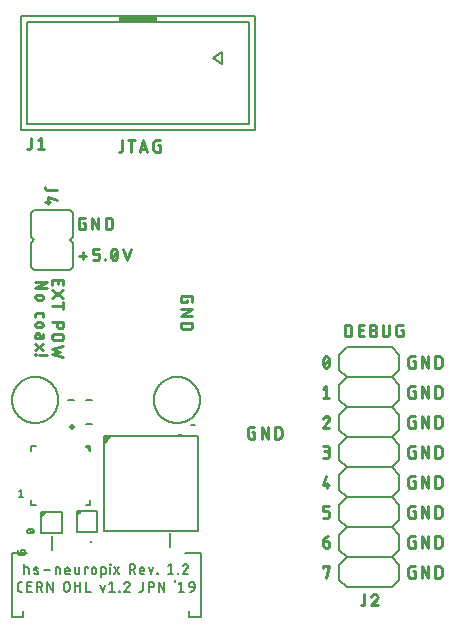
<source format=gto>
G75*
%MOIN*%
%OFA0B0*%
%FSLAX25Y25*%
%IPPOS*%
%LPD*%
%AMOC8*
5,1,8,0,0,1.08239X$1,22.5*
%
%ADD10C,0.00787*%
%ADD11C,0.00600*%
%ADD12C,0.00900*%
%ADD13C,0.00700*%
%ADD14C,0.00787*%
%ADD15C,0.00500*%
%ADD16C,0.01969*%
%ADD17R,0.12000X0.02000*%
D10*
X0166659Y0119425D02*
X0166661Y0119614D01*
X0166668Y0119802D01*
X0166680Y0119990D01*
X0166696Y0120178D01*
X0166717Y0120366D01*
X0166742Y0120553D01*
X0166772Y0120739D01*
X0166807Y0120925D01*
X0166846Y0121109D01*
X0166889Y0121293D01*
X0166937Y0121475D01*
X0166990Y0121656D01*
X0167047Y0121836D01*
X0167108Y0122015D01*
X0167174Y0122192D01*
X0167244Y0122367D01*
X0167318Y0122540D01*
X0167397Y0122712D01*
X0167480Y0122881D01*
X0167567Y0123049D01*
X0167658Y0123214D01*
X0167753Y0123377D01*
X0167852Y0123538D01*
X0167954Y0123696D01*
X0168061Y0123851D01*
X0168172Y0124004D01*
X0168286Y0124154D01*
X0168404Y0124302D01*
X0168525Y0124446D01*
X0168650Y0124587D01*
X0168779Y0124725D01*
X0168910Y0124861D01*
X0169046Y0124992D01*
X0169184Y0125121D01*
X0169325Y0125246D01*
X0169469Y0125367D01*
X0169617Y0125485D01*
X0169767Y0125599D01*
X0169920Y0125710D01*
X0170075Y0125817D01*
X0170233Y0125919D01*
X0170394Y0126018D01*
X0170557Y0126113D01*
X0170722Y0126204D01*
X0170890Y0126291D01*
X0171059Y0126374D01*
X0171231Y0126453D01*
X0171404Y0126527D01*
X0171579Y0126597D01*
X0171756Y0126663D01*
X0171935Y0126724D01*
X0172115Y0126781D01*
X0172296Y0126834D01*
X0172478Y0126882D01*
X0172662Y0126925D01*
X0172846Y0126964D01*
X0173032Y0126999D01*
X0173218Y0127029D01*
X0173405Y0127054D01*
X0173593Y0127075D01*
X0173781Y0127091D01*
X0173969Y0127103D01*
X0174157Y0127110D01*
X0174346Y0127112D01*
X0174535Y0127110D01*
X0174723Y0127103D01*
X0174911Y0127091D01*
X0175099Y0127075D01*
X0175287Y0127054D01*
X0175474Y0127029D01*
X0175660Y0126999D01*
X0175846Y0126964D01*
X0176030Y0126925D01*
X0176214Y0126882D01*
X0176396Y0126834D01*
X0176577Y0126781D01*
X0176757Y0126724D01*
X0176936Y0126663D01*
X0177113Y0126597D01*
X0177288Y0126527D01*
X0177461Y0126453D01*
X0177633Y0126374D01*
X0177802Y0126291D01*
X0177970Y0126204D01*
X0178135Y0126113D01*
X0178298Y0126018D01*
X0178459Y0125919D01*
X0178617Y0125817D01*
X0178772Y0125710D01*
X0178925Y0125599D01*
X0179075Y0125485D01*
X0179223Y0125367D01*
X0179367Y0125246D01*
X0179508Y0125121D01*
X0179646Y0124992D01*
X0179782Y0124861D01*
X0179913Y0124725D01*
X0180042Y0124587D01*
X0180167Y0124446D01*
X0180288Y0124302D01*
X0180406Y0124154D01*
X0180520Y0124004D01*
X0180631Y0123851D01*
X0180738Y0123696D01*
X0180840Y0123538D01*
X0180939Y0123377D01*
X0181034Y0123214D01*
X0181125Y0123049D01*
X0181212Y0122881D01*
X0181295Y0122712D01*
X0181374Y0122540D01*
X0181448Y0122367D01*
X0181518Y0122192D01*
X0181584Y0122015D01*
X0181645Y0121836D01*
X0181702Y0121656D01*
X0181755Y0121475D01*
X0181803Y0121293D01*
X0181846Y0121109D01*
X0181885Y0120925D01*
X0181920Y0120739D01*
X0181950Y0120553D01*
X0181975Y0120366D01*
X0181996Y0120178D01*
X0182012Y0119990D01*
X0182024Y0119802D01*
X0182031Y0119614D01*
X0182033Y0119425D01*
X0182031Y0119236D01*
X0182024Y0119048D01*
X0182012Y0118860D01*
X0181996Y0118672D01*
X0181975Y0118484D01*
X0181950Y0118297D01*
X0181920Y0118111D01*
X0181885Y0117925D01*
X0181846Y0117741D01*
X0181803Y0117557D01*
X0181755Y0117375D01*
X0181702Y0117194D01*
X0181645Y0117014D01*
X0181584Y0116835D01*
X0181518Y0116658D01*
X0181448Y0116483D01*
X0181374Y0116310D01*
X0181295Y0116138D01*
X0181212Y0115969D01*
X0181125Y0115801D01*
X0181034Y0115636D01*
X0180939Y0115473D01*
X0180840Y0115312D01*
X0180738Y0115154D01*
X0180631Y0114999D01*
X0180520Y0114846D01*
X0180406Y0114696D01*
X0180288Y0114548D01*
X0180167Y0114404D01*
X0180042Y0114263D01*
X0179913Y0114125D01*
X0179782Y0113989D01*
X0179646Y0113858D01*
X0179508Y0113729D01*
X0179367Y0113604D01*
X0179223Y0113483D01*
X0179075Y0113365D01*
X0178925Y0113251D01*
X0178772Y0113140D01*
X0178617Y0113033D01*
X0178459Y0112931D01*
X0178298Y0112832D01*
X0178135Y0112737D01*
X0177970Y0112646D01*
X0177802Y0112559D01*
X0177633Y0112476D01*
X0177461Y0112397D01*
X0177288Y0112323D01*
X0177113Y0112253D01*
X0176936Y0112187D01*
X0176757Y0112126D01*
X0176577Y0112069D01*
X0176396Y0112016D01*
X0176214Y0111968D01*
X0176030Y0111925D01*
X0175846Y0111886D01*
X0175660Y0111851D01*
X0175474Y0111821D01*
X0175287Y0111796D01*
X0175099Y0111775D01*
X0174911Y0111759D01*
X0174723Y0111747D01*
X0174535Y0111740D01*
X0174346Y0111738D01*
X0174157Y0111740D01*
X0173969Y0111747D01*
X0173781Y0111759D01*
X0173593Y0111775D01*
X0173405Y0111796D01*
X0173218Y0111821D01*
X0173032Y0111851D01*
X0172846Y0111886D01*
X0172662Y0111925D01*
X0172478Y0111968D01*
X0172296Y0112016D01*
X0172115Y0112069D01*
X0171935Y0112126D01*
X0171756Y0112187D01*
X0171579Y0112253D01*
X0171404Y0112323D01*
X0171231Y0112397D01*
X0171059Y0112476D01*
X0170890Y0112559D01*
X0170722Y0112646D01*
X0170557Y0112737D01*
X0170394Y0112832D01*
X0170233Y0112931D01*
X0170075Y0113033D01*
X0169920Y0113140D01*
X0169767Y0113251D01*
X0169617Y0113365D01*
X0169469Y0113483D01*
X0169325Y0113604D01*
X0169184Y0113729D01*
X0169046Y0113858D01*
X0168910Y0113989D01*
X0168779Y0114125D01*
X0168650Y0114263D01*
X0168525Y0114404D01*
X0168404Y0114548D01*
X0168286Y0114696D01*
X0168172Y0114846D01*
X0168061Y0114999D01*
X0167954Y0115154D01*
X0167852Y0115312D01*
X0167753Y0115473D01*
X0167658Y0115636D01*
X0167567Y0115801D01*
X0167480Y0115969D01*
X0167397Y0116138D01*
X0167318Y0116310D01*
X0167244Y0116483D01*
X0167174Y0116658D01*
X0167108Y0116835D01*
X0167047Y0117014D01*
X0166990Y0117194D01*
X0166937Y0117375D01*
X0166889Y0117557D01*
X0166846Y0117741D01*
X0166807Y0117925D01*
X0166772Y0118111D01*
X0166742Y0118297D01*
X0166717Y0118484D01*
X0166696Y0118672D01*
X0166680Y0118860D01*
X0166668Y0119048D01*
X0166661Y0119236D01*
X0166659Y0119425D01*
X0213904Y0119425D02*
X0213906Y0119614D01*
X0213913Y0119802D01*
X0213925Y0119990D01*
X0213941Y0120178D01*
X0213962Y0120366D01*
X0213987Y0120553D01*
X0214017Y0120739D01*
X0214052Y0120925D01*
X0214091Y0121109D01*
X0214134Y0121293D01*
X0214182Y0121475D01*
X0214235Y0121656D01*
X0214292Y0121836D01*
X0214353Y0122015D01*
X0214419Y0122192D01*
X0214489Y0122367D01*
X0214563Y0122540D01*
X0214642Y0122712D01*
X0214725Y0122881D01*
X0214812Y0123049D01*
X0214903Y0123214D01*
X0214998Y0123377D01*
X0215097Y0123538D01*
X0215199Y0123696D01*
X0215306Y0123851D01*
X0215417Y0124004D01*
X0215531Y0124154D01*
X0215649Y0124302D01*
X0215770Y0124446D01*
X0215895Y0124587D01*
X0216024Y0124725D01*
X0216155Y0124861D01*
X0216291Y0124992D01*
X0216429Y0125121D01*
X0216570Y0125246D01*
X0216714Y0125367D01*
X0216862Y0125485D01*
X0217012Y0125599D01*
X0217165Y0125710D01*
X0217320Y0125817D01*
X0217478Y0125919D01*
X0217639Y0126018D01*
X0217802Y0126113D01*
X0217967Y0126204D01*
X0218135Y0126291D01*
X0218304Y0126374D01*
X0218476Y0126453D01*
X0218649Y0126527D01*
X0218824Y0126597D01*
X0219001Y0126663D01*
X0219180Y0126724D01*
X0219360Y0126781D01*
X0219541Y0126834D01*
X0219723Y0126882D01*
X0219907Y0126925D01*
X0220091Y0126964D01*
X0220277Y0126999D01*
X0220463Y0127029D01*
X0220650Y0127054D01*
X0220838Y0127075D01*
X0221026Y0127091D01*
X0221214Y0127103D01*
X0221402Y0127110D01*
X0221591Y0127112D01*
X0221780Y0127110D01*
X0221968Y0127103D01*
X0222156Y0127091D01*
X0222344Y0127075D01*
X0222532Y0127054D01*
X0222719Y0127029D01*
X0222905Y0126999D01*
X0223091Y0126964D01*
X0223275Y0126925D01*
X0223459Y0126882D01*
X0223641Y0126834D01*
X0223822Y0126781D01*
X0224002Y0126724D01*
X0224181Y0126663D01*
X0224358Y0126597D01*
X0224533Y0126527D01*
X0224706Y0126453D01*
X0224878Y0126374D01*
X0225047Y0126291D01*
X0225215Y0126204D01*
X0225380Y0126113D01*
X0225543Y0126018D01*
X0225704Y0125919D01*
X0225862Y0125817D01*
X0226017Y0125710D01*
X0226170Y0125599D01*
X0226320Y0125485D01*
X0226468Y0125367D01*
X0226612Y0125246D01*
X0226753Y0125121D01*
X0226891Y0124992D01*
X0227027Y0124861D01*
X0227158Y0124725D01*
X0227287Y0124587D01*
X0227412Y0124446D01*
X0227533Y0124302D01*
X0227651Y0124154D01*
X0227765Y0124004D01*
X0227876Y0123851D01*
X0227983Y0123696D01*
X0228085Y0123538D01*
X0228184Y0123377D01*
X0228279Y0123214D01*
X0228370Y0123049D01*
X0228457Y0122881D01*
X0228540Y0122712D01*
X0228619Y0122540D01*
X0228693Y0122367D01*
X0228763Y0122192D01*
X0228829Y0122015D01*
X0228890Y0121836D01*
X0228947Y0121656D01*
X0229000Y0121475D01*
X0229048Y0121293D01*
X0229091Y0121109D01*
X0229130Y0120925D01*
X0229165Y0120739D01*
X0229195Y0120553D01*
X0229220Y0120366D01*
X0229241Y0120178D01*
X0229257Y0119990D01*
X0229269Y0119802D01*
X0229276Y0119614D01*
X0229278Y0119425D01*
X0229276Y0119236D01*
X0229269Y0119048D01*
X0229257Y0118860D01*
X0229241Y0118672D01*
X0229220Y0118484D01*
X0229195Y0118297D01*
X0229165Y0118111D01*
X0229130Y0117925D01*
X0229091Y0117741D01*
X0229048Y0117557D01*
X0229000Y0117375D01*
X0228947Y0117194D01*
X0228890Y0117014D01*
X0228829Y0116835D01*
X0228763Y0116658D01*
X0228693Y0116483D01*
X0228619Y0116310D01*
X0228540Y0116138D01*
X0228457Y0115969D01*
X0228370Y0115801D01*
X0228279Y0115636D01*
X0228184Y0115473D01*
X0228085Y0115312D01*
X0227983Y0115154D01*
X0227876Y0114999D01*
X0227765Y0114846D01*
X0227651Y0114696D01*
X0227533Y0114548D01*
X0227412Y0114404D01*
X0227287Y0114263D01*
X0227158Y0114125D01*
X0227027Y0113989D01*
X0226891Y0113858D01*
X0226753Y0113729D01*
X0226612Y0113604D01*
X0226468Y0113483D01*
X0226320Y0113365D01*
X0226170Y0113251D01*
X0226017Y0113140D01*
X0225862Y0113033D01*
X0225704Y0112931D01*
X0225543Y0112832D01*
X0225380Y0112737D01*
X0225215Y0112646D01*
X0225047Y0112559D01*
X0224878Y0112476D01*
X0224706Y0112397D01*
X0224533Y0112323D01*
X0224358Y0112253D01*
X0224181Y0112187D01*
X0224002Y0112126D01*
X0223822Y0112069D01*
X0223641Y0112016D01*
X0223459Y0111968D01*
X0223275Y0111925D01*
X0223091Y0111886D01*
X0222905Y0111851D01*
X0222719Y0111821D01*
X0222532Y0111796D01*
X0222344Y0111775D01*
X0222156Y0111759D01*
X0221968Y0111747D01*
X0221780Y0111740D01*
X0221591Y0111738D01*
X0221402Y0111740D01*
X0221214Y0111747D01*
X0221026Y0111759D01*
X0220838Y0111775D01*
X0220650Y0111796D01*
X0220463Y0111821D01*
X0220277Y0111851D01*
X0220091Y0111886D01*
X0219907Y0111925D01*
X0219723Y0111968D01*
X0219541Y0112016D01*
X0219360Y0112069D01*
X0219180Y0112126D01*
X0219001Y0112187D01*
X0218824Y0112253D01*
X0218649Y0112323D01*
X0218476Y0112397D01*
X0218304Y0112476D01*
X0218135Y0112559D01*
X0217967Y0112646D01*
X0217802Y0112737D01*
X0217639Y0112832D01*
X0217478Y0112931D01*
X0217320Y0113033D01*
X0217165Y0113140D01*
X0217012Y0113251D01*
X0216862Y0113365D01*
X0216714Y0113483D01*
X0216570Y0113604D01*
X0216429Y0113729D01*
X0216291Y0113858D01*
X0216155Y0113989D01*
X0216024Y0114125D01*
X0215895Y0114263D01*
X0215770Y0114404D01*
X0215649Y0114548D01*
X0215531Y0114696D01*
X0215417Y0114846D01*
X0215306Y0114999D01*
X0215199Y0115154D01*
X0215097Y0115312D01*
X0214998Y0115473D01*
X0214903Y0115636D01*
X0214812Y0115801D01*
X0214725Y0115969D01*
X0214642Y0116138D01*
X0214563Y0116310D01*
X0214489Y0116483D01*
X0214419Y0116658D01*
X0214353Y0116835D01*
X0214292Y0117014D01*
X0214235Y0117194D01*
X0214182Y0117375D01*
X0214134Y0117557D01*
X0214091Y0117741D01*
X0214052Y0117925D01*
X0214017Y0118111D01*
X0213987Y0118297D01*
X0213962Y0118484D01*
X0213941Y0118672D01*
X0213925Y0118860D01*
X0213913Y0119048D01*
X0213906Y0119236D01*
X0213904Y0119425D01*
D11*
X0170370Y0086891D02*
X0168953Y0086891D01*
X0169661Y0086891D02*
X0169661Y0089440D01*
X0168953Y0088874D01*
X0172811Y0075016D02*
X0172898Y0075018D01*
X0172984Y0075023D01*
X0173070Y0075032D01*
X0173156Y0075045D01*
X0173241Y0075060D01*
X0173326Y0075080D01*
X0173409Y0075103D01*
X0173492Y0075129D01*
X0173573Y0075159D01*
X0173653Y0075192D01*
X0173732Y0075228D01*
X0173519Y0075158D02*
X0172103Y0076291D01*
X0171890Y0076220D02*
X0171850Y0076204D01*
X0171811Y0076185D01*
X0171774Y0076163D01*
X0171738Y0076138D01*
X0171705Y0076110D01*
X0171675Y0076079D01*
X0171647Y0076046D01*
X0171621Y0076011D01*
X0171599Y0075973D01*
X0171580Y0075935D01*
X0171564Y0075894D01*
X0171552Y0075853D01*
X0171543Y0075810D01*
X0171538Y0075767D01*
X0171536Y0075724D01*
X0171538Y0075681D01*
X0171543Y0075638D01*
X0171552Y0075595D01*
X0171564Y0075554D01*
X0171580Y0075513D01*
X0171599Y0075475D01*
X0171621Y0075437D01*
X0171647Y0075402D01*
X0171675Y0075369D01*
X0171705Y0075338D01*
X0171738Y0075310D01*
X0171774Y0075285D01*
X0171811Y0075263D01*
X0171850Y0075244D01*
X0171890Y0075228D01*
X0171890Y0076221D02*
X0171969Y0076257D01*
X0172049Y0076290D01*
X0172130Y0076320D01*
X0172213Y0076346D01*
X0172296Y0076369D01*
X0172381Y0076389D01*
X0172466Y0076404D01*
X0172552Y0076417D01*
X0172638Y0076426D01*
X0172724Y0076431D01*
X0172811Y0076433D01*
X0172811Y0075016D02*
X0172724Y0075018D01*
X0172638Y0075023D01*
X0172552Y0075032D01*
X0172466Y0075045D01*
X0172381Y0075060D01*
X0172296Y0075080D01*
X0172213Y0075103D01*
X0172130Y0075129D01*
X0172049Y0075159D01*
X0171969Y0075192D01*
X0171890Y0075228D01*
X0172811Y0076433D02*
X0172898Y0076431D01*
X0172984Y0076426D01*
X0173070Y0076417D01*
X0173156Y0076404D01*
X0173241Y0076389D01*
X0173326Y0076369D01*
X0173409Y0076346D01*
X0173492Y0076320D01*
X0173573Y0076290D01*
X0173653Y0076257D01*
X0173732Y0076221D01*
X0173732Y0076220D02*
X0173772Y0076204D01*
X0173811Y0076185D01*
X0173848Y0076163D01*
X0173884Y0076138D01*
X0173917Y0076110D01*
X0173947Y0076079D01*
X0173975Y0076046D01*
X0174001Y0076011D01*
X0174023Y0075973D01*
X0174042Y0075935D01*
X0174058Y0075894D01*
X0174070Y0075853D01*
X0174079Y0075810D01*
X0174084Y0075767D01*
X0174086Y0075724D01*
X0174084Y0075681D01*
X0174079Y0075638D01*
X0174070Y0075595D01*
X0174058Y0075554D01*
X0174042Y0075513D01*
X0174023Y0075475D01*
X0174001Y0075437D01*
X0173975Y0075402D01*
X0173947Y0075369D01*
X0173917Y0075338D01*
X0173884Y0075310D01*
X0173848Y0075285D01*
X0173811Y0075263D01*
X0173772Y0075244D01*
X0173732Y0075228D01*
X0171054Y0069228D02*
X0169638Y0069228D01*
X0169638Y0068803D01*
X0169071Y0067811D02*
X0169024Y0067813D01*
X0168978Y0067819D01*
X0168932Y0067828D01*
X0168887Y0067842D01*
X0168843Y0067859D01*
X0168801Y0067879D01*
X0168761Y0067903D01*
X0168723Y0067931D01*
X0168687Y0067961D01*
X0168654Y0067994D01*
X0168624Y0068030D01*
X0168596Y0068068D01*
X0168572Y0068108D01*
X0168552Y0068150D01*
X0168535Y0068194D01*
X0168521Y0068239D01*
X0168512Y0068285D01*
X0168506Y0068331D01*
X0168504Y0068378D01*
X0168505Y0068378D02*
X0168505Y0069228D01*
X0169071Y0067811D02*
X0170488Y0067811D01*
X0170535Y0067813D01*
X0170581Y0067819D01*
X0170627Y0067828D01*
X0170672Y0067842D01*
X0170716Y0067859D01*
X0170758Y0067879D01*
X0170798Y0067903D01*
X0170836Y0067931D01*
X0170872Y0067961D01*
X0170905Y0067994D01*
X0170935Y0068030D01*
X0170963Y0068068D01*
X0170987Y0068108D01*
X0171007Y0068150D01*
X0171024Y0068194D01*
X0171038Y0068239D01*
X0171047Y0068285D01*
X0171053Y0068331D01*
X0171055Y0068378D01*
X0171054Y0068378D02*
X0171054Y0069228D01*
X0275764Y0069484D02*
X0275764Y0074484D01*
X0278264Y0076984D01*
X0293264Y0076984D01*
X0295764Y0074484D01*
X0295764Y0069484D01*
X0293264Y0066984D01*
X0278264Y0066984D01*
X0275764Y0064484D01*
X0275764Y0059484D01*
X0278264Y0056984D01*
X0293264Y0056984D01*
X0295764Y0059484D01*
X0295764Y0064484D01*
X0293264Y0066984D01*
X0293264Y0076984D02*
X0295764Y0079484D01*
X0295764Y0084484D01*
X0293264Y0086984D01*
X0278264Y0086984D01*
X0275764Y0084484D01*
X0275764Y0079484D01*
X0278264Y0076984D01*
X0275764Y0069484D02*
X0278264Y0066984D01*
X0278264Y0086984D02*
X0275764Y0089484D01*
X0275764Y0094484D01*
X0278264Y0096984D01*
X0293264Y0096984D01*
X0295764Y0094484D01*
X0295764Y0089484D01*
X0293264Y0086984D01*
X0293264Y0096984D02*
X0295764Y0099484D01*
X0295764Y0104484D01*
X0293264Y0106984D01*
X0278264Y0106984D01*
X0275764Y0104484D01*
X0275764Y0099484D01*
X0278264Y0096984D01*
X0278264Y0106984D02*
X0275764Y0109484D01*
X0275764Y0114484D01*
X0278264Y0116984D01*
X0293264Y0116984D01*
X0295764Y0114484D01*
X0295764Y0109484D01*
X0293264Y0106984D01*
X0293264Y0116984D02*
X0295764Y0119484D01*
X0295764Y0124484D01*
X0293264Y0126984D01*
X0278264Y0126984D01*
X0275764Y0124484D01*
X0275764Y0119484D01*
X0278264Y0116984D01*
X0278264Y0126984D02*
X0275764Y0129484D01*
X0275764Y0134484D01*
X0278264Y0136984D01*
X0293264Y0136984D01*
X0295764Y0134484D01*
X0295764Y0129484D01*
X0293264Y0126984D01*
X0186858Y0163850D02*
X0186858Y0171850D01*
X0185858Y0172850D01*
X0186858Y0173850D01*
X0186858Y0181850D01*
X0185858Y0182850D01*
X0173858Y0182850D01*
X0172858Y0181850D01*
X0172858Y0173850D01*
X0173858Y0172850D01*
X0172858Y0171850D01*
X0172858Y0163850D01*
X0173858Y0162850D01*
X0185858Y0162850D01*
X0186858Y0163850D01*
D12*
X0190165Y0166229D02*
X0190165Y0168779D01*
X0188891Y0167504D02*
X0191440Y0167504D01*
X0193638Y0168142D02*
X0193638Y0169841D01*
X0195763Y0169841D01*
X0194913Y0168142D02*
X0193638Y0168142D01*
X0194913Y0168142D02*
X0194969Y0168140D01*
X0195024Y0168135D01*
X0195079Y0168126D01*
X0195133Y0168113D01*
X0195186Y0168097D01*
X0195238Y0168077D01*
X0195289Y0168054D01*
X0195338Y0168028D01*
X0195385Y0167999D01*
X0195430Y0167966D01*
X0195473Y0167931D01*
X0195514Y0167893D01*
X0195552Y0167852D01*
X0195587Y0167809D01*
X0195620Y0167764D01*
X0195649Y0167717D01*
X0195675Y0167668D01*
X0195698Y0167617D01*
X0195718Y0167565D01*
X0195734Y0167512D01*
X0195747Y0167458D01*
X0195756Y0167403D01*
X0195761Y0167348D01*
X0195763Y0167292D01*
X0195763Y0166867D01*
X0195761Y0166811D01*
X0195756Y0166756D01*
X0195747Y0166701D01*
X0195734Y0166647D01*
X0195718Y0166594D01*
X0195698Y0166542D01*
X0195675Y0166491D01*
X0195649Y0166442D01*
X0195620Y0166395D01*
X0195587Y0166350D01*
X0195552Y0166307D01*
X0195514Y0166266D01*
X0195473Y0166228D01*
X0195430Y0166193D01*
X0195385Y0166160D01*
X0195338Y0166131D01*
X0195289Y0166105D01*
X0195238Y0166082D01*
X0195186Y0166062D01*
X0195133Y0166046D01*
X0195079Y0166033D01*
X0195024Y0166024D01*
X0194969Y0166019D01*
X0194913Y0166017D01*
X0193638Y0166017D01*
X0197571Y0166017D02*
X0197783Y0166017D01*
X0197783Y0166229D01*
X0197571Y0166229D01*
X0197571Y0166017D01*
X0201397Y0166548D02*
X0201444Y0166647D01*
X0201487Y0166749D01*
X0201526Y0166851D01*
X0201562Y0166955D01*
X0201594Y0167061D01*
X0201622Y0167167D01*
X0201647Y0167274D01*
X0201668Y0167382D01*
X0201685Y0167491D01*
X0201699Y0167600D01*
X0201708Y0167709D01*
X0201714Y0167819D01*
X0201716Y0167929D01*
X0199591Y0167929D02*
X0199593Y0168039D01*
X0199599Y0168149D01*
X0199608Y0168258D01*
X0199622Y0168367D01*
X0199639Y0168476D01*
X0199660Y0168584D01*
X0199685Y0168691D01*
X0199713Y0168797D01*
X0199745Y0168903D01*
X0199781Y0169007D01*
X0199820Y0169109D01*
X0199863Y0169211D01*
X0199910Y0169310D01*
X0200654Y0169841D02*
X0200708Y0169839D01*
X0200762Y0169834D01*
X0200815Y0169824D01*
X0200868Y0169811D01*
X0200920Y0169795D01*
X0200970Y0169775D01*
X0201019Y0169751D01*
X0201066Y0169725D01*
X0201111Y0169695D01*
X0201154Y0169662D01*
X0201194Y0169626D01*
X0201232Y0169587D01*
X0201268Y0169546D01*
X0201300Y0169503D01*
X0201329Y0169457D01*
X0201355Y0169410D01*
X0201378Y0169361D01*
X0201398Y0169310D01*
X0201503Y0168991D02*
X0199804Y0166867D01*
X0200654Y0166017D02*
X0200708Y0166019D01*
X0200762Y0166024D01*
X0200815Y0166034D01*
X0200868Y0166047D01*
X0200920Y0166063D01*
X0200970Y0166083D01*
X0201019Y0166107D01*
X0201066Y0166133D01*
X0201111Y0166163D01*
X0201154Y0166196D01*
X0201194Y0166232D01*
X0201232Y0166271D01*
X0201268Y0166312D01*
X0201300Y0166355D01*
X0201329Y0166401D01*
X0201355Y0166448D01*
X0201378Y0166497D01*
X0201398Y0166548D01*
X0200654Y0166017D02*
X0200600Y0166019D01*
X0200546Y0166024D01*
X0200493Y0166034D01*
X0200440Y0166047D01*
X0200388Y0166063D01*
X0200338Y0166083D01*
X0200289Y0166107D01*
X0200242Y0166133D01*
X0200197Y0166163D01*
X0200154Y0166196D01*
X0200114Y0166232D01*
X0200076Y0166271D01*
X0200040Y0166312D01*
X0200008Y0166355D01*
X0199979Y0166401D01*
X0199953Y0166448D01*
X0199930Y0166497D01*
X0199910Y0166548D01*
X0201716Y0167929D02*
X0201714Y0168039D01*
X0201708Y0168149D01*
X0201699Y0168258D01*
X0201685Y0168367D01*
X0201668Y0168476D01*
X0201647Y0168584D01*
X0201622Y0168691D01*
X0201594Y0168797D01*
X0201562Y0168903D01*
X0201526Y0169007D01*
X0201487Y0169109D01*
X0201444Y0169211D01*
X0201397Y0169310D01*
X0200654Y0169841D02*
X0200600Y0169839D01*
X0200546Y0169834D01*
X0200493Y0169824D01*
X0200440Y0169811D01*
X0200388Y0169795D01*
X0200338Y0169775D01*
X0200289Y0169751D01*
X0200242Y0169725D01*
X0200197Y0169695D01*
X0200154Y0169662D01*
X0200114Y0169626D01*
X0200076Y0169587D01*
X0200040Y0169546D01*
X0200008Y0169503D01*
X0199979Y0169457D01*
X0199953Y0169410D01*
X0199930Y0169360D01*
X0199910Y0169310D01*
X0199591Y0167929D02*
X0199593Y0167819D01*
X0199599Y0167709D01*
X0199608Y0167600D01*
X0199622Y0167491D01*
X0199639Y0167382D01*
X0199660Y0167274D01*
X0199685Y0167167D01*
X0199713Y0167061D01*
X0199745Y0166955D01*
X0199781Y0166851D01*
X0199820Y0166749D01*
X0199863Y0166647D01*
X0199910Y0166548D01*
X0203631Y0169841D02*
X0204905Y0166017D01*
X0206180Y0169841D01*
X0198921Y0176253D02*
X0197859Y0176253D01*
X0197859Y0180078D01*
X0198921Y0180078D01*
X0198921Y0180077D02*
X0198985Y0180075D01*
X0199049Y0180069D01*
X0199112Y0180060D01*
X0199175Y0180046D01*
X0199237Y0180029D01*
X0199298Y0180008D01*
X0199357Y0179983D01*
X0199415Y0179955D01*
X0199470Y0179924D01*
X0199524Y0179889D01*
X0199576Y0179851D01*
X0199625Y0179810D01*
X0199672Y0179766D01*
X0199716Y0179719D01*
X0199757Y0179670D01*
X0199795Y0179618D01*
X0199830Y0179564D01*
X0199861Y0179509D01*
X0199889Y0179451D01*
X0199914Y0179392D01*
X0199935Y0179331D01*
X0199952Y0179269D01*
X0199966Y0179206D01*
X0199975Y0179143D01*
X0199981Y0179079D01*
X0199983Y0179015D01*
X0199984Y0179015D02*
X0199984Y0177315D01*
X0199983Y0177315D02*
X0199981Y0177251D01*
X0199975Y0177187D01*
X0199966Y0177124D01*
X0199952Y0177061D01*
X0199935Y0176999D01*
X0199914Y0176938D01*
X0199889Y0176879D01*
X0199861Y0176821D01*
X0199830Y0176766D01*
X0199795Y0176712D01*
X0199757Y0176660D01*
X0199716Y0176611D01*
X0199672Y0176564D01*
X0199625Y0176520D01*
X0199576Y0176479D01*
X0199524Y0176441D01*
X0199470Y0176406D01*
X0199415Y0176375D01*
X0199357Y0176347D01*
X0199298Y0176322D01*
X0199237Y0176301D01*
X0199175Y0176284D01*
X0199112Y0176270D01*
X0199049Y0176261D01*
X0198985Y0176255D01*
X0198921Y0176253D01*
X0195448Y0176253D02*
X0195448Y0180078D01*
X0193323Y0180078D02*
X0193323Y0176253D01*
X0195448Y0176253D02*
X0193323Y0180078D01*
X0190913Y0180078D02*
X0189638Y0180078D01*
X0189580Y0180076D01*
X0189522Y0180070D01*
X0189465Y0180060D01*
X0189409Y0180046D01*
X0189353Y0180029D01*
X0189299Y0180008D01*
X0189247Y0179983D01*
X0189196Y0179954D01*
X0189148Y0179922D01*
X0189102Y0179887D01*
X0189058Y0179849D01*
X0189017Y0179808D01*
X0188979Y0179764D01*
X0188944Y0179718D01*
X0188912Y0179670D01*
X0188883Y0179619D01*
X0188858Y0179567D01*
X0188837Y0179513D01*
X0188820Y0179457D01*
X0188806Y0179401D01*
X0188796Y0179344D01*
X0188790Y0179286D01*
X0188788Y0179228D01*
X0188788Y0177103D01*
X0188790Y0177047D01*
X0188795Y0176992D01*
X0188804Y0176937D01*
X0188817Y0176883D01*
X0188833Y0176830D01*
X0188853Y0176778D01*
X0188876Y0176727D01*
X0188902Y0176678D01*
X0188931Y0176631D01*
X0188964Y0176586D01*
X0188999Y0176543D01*
X0189037Y0176502D01*
X0189078Y0176464D01*
X0189121Y0176429D01*
X0189166Y0176396D01*
X0189213Y0176367D01*
X0189262Y0176341D01*
X0189313Y0176318D01*
X0189365Y0176298D01*
X0189418Y0176282D01*
X0189472Y0176269D01*
X0189527Y0176260D01*
X0189582Y0176255D01*
X0189638Y0176253D01*
X0190913Y0176253D01*
X0190913Y0178378D01*
X0190275Y0178378D01*
X0181534Y0186146D02*
X0178560Y0186996D01*
X0178560Y0184871D01*
X0179410Y0185509D02*
X0177710Y0185509D01*
X0178560Y0189236D02*
X0181534Y0189236D01*
X0178560Y0189236D02*
X0178504Y0189238D01*
X0178449Y0189243D01*
X0178394Y0189252D01*
X0178340Y0189265D01*
X0178287Y0189281D01*
X0178235Y0189301D01*
X0178184Y0189324D01*
X0178135Y0189350D01*
X0178088Y0189379D01*
X0178043Y0189412D01*
X0178000Y0189447D01*
X0177959Y0189485D01*
X0177921Y0189526D01*
X0177886Y0189569D01*
X0177853Y0189614D01*
X0177824Y0189661D01*
X0177798Y0189710D01*
X0177775Y0189761D01*
X0177755Y0189813D01*
X0177739Y0189866D01*
X0177726Y0189920D01*
X0177717Y0189975D01*
X0177712Y0190030D01*
X0177710Y0190086D01*
X0177710Y0190511D01*
X0177306Y0203025D02*
X0175181Y0203025D01*
X0176244Y0203025D02*
X0176244Y0206849D01*
X0175181Y0205999D01*
X0172941Y0206849D02*
X0172941Y0203875D01*
X0172942Y0203875D02*
X0172940Y0203819D01*
X0172935Y0203764D01*
X0172926Y0203709D01*
X0172913Y0203655D01*
X0172897Y0203602D01*
X0172877Y0203550D01*
X0172854Y0203499D01*
X0172828Y0203450D01*
X0172799Y0203403D01*
X0172766Y0203358D01*
X0172731Y0203315D01*
X0172693Y0203274D01*
X0172652Y0203236D01*
X0172609Y0203201D01*
X0172564Y0203168D01*
X0172517Y0203139D01*
X0172468Y0203113D01*
X0172417Y0203090D01*
X0172365Y0203070D01*
X0172312Y0203054D01*
X0172258Y0203041D01*
X0172203Y0203032D01*
X0172148Y0203027D01*
X0172092Y0203025D01*
X0171667Y0203025D01*
X0202133Y0202159D02*
X0202558Y0202159D01*
X0202614Y0202161D01*
X0202669Y0202166D01*
X0202724Y0202175D01*
X0202778Y0202188D01*
X0202831Y0202204D01*
X0202883Y0202224D01*
X0202934Y0202247D01*
X0202983Y0202273D01*
X0203030Y0202302D01*
X0203075Y0202335D01*
X0203118Y0202370D01*
X0203159Y0202408D01*
X0203197Y0202449D01*
X0203232Y0202492D01*
X0203265Y0202537D01*
X0203294Y0202584D01*
X0203320Y0202633D01*
X0203343Y0202684D01*
X0203363Y0202736D01*
X0203379Y0202789D01*
X0203392Y0202843D01*
X0203401Y0202898D01*
X0203406Y0202953D01*
X0203408Y0203009D01*
X0203408Y0205983D01*
X0205364Y0205983D02*
X0207489Y0205983D01*
X0206427Y0205983D02*
X0206427Y0202159D01*
X0209120Y0202159D02*
X0210395Y0205983D01*
X0211670Y0202159D01*
X0211351Y0203115D02*
X0209439Y0203115D01*
X0213726Y0203009D02*
X0213726Y0205133D01*
X0213728Y0205191D01*
X0213734Y0205249D01*
X0213744Y0205306D01*
X0213758Y0205362D01*
X0213775Y0205418D01*
X0213796Y0205472D01*
X0213821Y0205524D01*
X0213850Y0205575D01*
X0213882Y0205623D01*
X0213917Y0205669D01*
X0213955Y0205713D01*
X0213996Y0205754D01*
X0214040Y0205792D01*
X0214086Y0205827D01*
X0214134Y0205859D01*
X0214185Y0205888D01*
X0214237Y0205913D01*
X0214291Y0205934D01*
X0214347Y0205951D01*
X0214403Y0205965D01*
X0214460Y0205975D01*
X0214518Y0205981D01*
X0214576Y0205983D01*
X0215851Y0205983D01*
X0215851Y0204283D02*
X0215851Y0202159D01*
X0214576Y0202159D01*
X0214520Y0202161D01*
X0214465Y0202166D01*
X0214410Y0202175D01*
X0214356Y0202188D01*
X0214303Y0202204D01*
X0214251Y0202224D01*
X0214200Y0202247D01*
X0214151Y0202273D01*
X0214104Y0202302D01*
X0214059Y0202335D01*
X0214016Y0202370D01*
X0213975Y0202408D01*
X0213937Y0202449D01*
X0213902Y0202492D01*
X0213869Y0202537D01*
X0213840Y0202584D01*
X0213814Y0202633D01*
X0213791Y0202684D01*
X0213771Y0202736D01*
X0213755Y0202789D01*
X0213742Y0202843D01*
X0213733Y0202898D01*
X0213728Y0202953D01*
X0213726Y0203009D01*
X0215214Y0204283D02*
X0215851Y0204283D01*
X0183770Y0159374D02*
X0179946Y0159374D01*
X0179946Y0157674D01*
X0179946Y0156057D02*
X0183770Y0153508D01*
X0183770Y0151876D02*
X0183770Y0149752D01*
X0183770Y0150814D02*
X0179946Y0150814D01*
X0179946Y0153508D02*
X0183770Y0156057D01*
X0183770Y0157674D02*
X0183770Y0159374D01*
X0182071Y0159374D02*
X0182071Y0158099D01*
X0178196Y0158797D02*
X0174371Y0158797D01*
X0174371Y0156672D02*
X0178196Y0156672D01*
X0178196Y0158797D02*
X0174371Y0156672D01*
X0175221Y0154474D02*
X0176071Y0154474D01*
X0176128Y0154472D01*
X0176184Y0154466D01*
X0176240Y0154457D01*
X0176296Y0154444D01*
X0176350Y0154427D01*
X0176403Y0154407D01*
X0176454Y0154383D01*
X0176504Y0154355D01*
X0176552Y0154325D01*
X0176598Y0154291D01*
X0176641Y0154254D01*
X0176682Y0154215D01*
X0176720Y0154173D01*
X0176755Y0154128D01*
X0176787Y0154081D01*
X0176816Y0154032D01*
X0176842Y0153982D01*
X0176864Y0153929D01*
X0176883Y0153876D01*
X0176898Y0153821D01*
X0176909Y0153765D01*
X0176917Y0153709D01*
X0176921Y0153652D01*
X0176921Y0153596D01*
X0176917Y0153539D01*
X0176909Y0153483D01*
X0176898Y0153427D01*
X0176883Y0153372D01*
X0176864Y0153319D01*
X0176842Y0153266D01*
X0176816Y0153216D01*
X0176787Y0153167D01*
X0176755Y0153120D01*
X0176720Y0153075D01*
X0176682Y0153033D01*
X0176641Y0152994D01*
X0176598Y0152957D01*
X0176552Y0152923D01*
X0176504Y0152893D01*
X0176454Y0152865D01*
X0176403Y0152841D01*
X0176350Y0152821D01*
X0176296Y0152804D01*
X0176240Y0152791D01*
X0176184Y0152782D01*
X0176128Y0152776D01*
X0176071Y0152774D01*
X0175221Y0152774D01*
X0175164Y0152776D01*
X0175108Y0152782D01*
X0175052Y0152791D01*
X0174996Y0152804D01*
X0174942Y0152821D01*
X0174889Y0152841D01*
X0174838Y0152865D01*
X0174788Y0152893D01*
X0174740Y0152923D01*
X0174694Y0152957D01*
X0174651Y0152994D01*
X0174610Y0153033D01*
X0174572Y0153075D01*
X0174537Y0153120D01*
X0174505Y0153167D01*
X0174476Y0153216D01*
X0174450Y0153266D01*
X0174428Y0153319D01*
X0174409Y0153372D01*
X0174394Y0153427D01*
X0174383Y0153483D01*
X0174375Y0153539D01*
X0174371Y0153596D01*
X0174371Y0153652D01*
X0174375Y0153709D01*
X0174383Y0153765D01*
X0174394Y0153821D01*
X0174409Y0153876D01*
X0174428Y0153929D01*
X0174450Y0153982D01*
X0174476Y0154032D01*
X0174505Y0154081D01*
X0174537Y0154128D01*
X0174572Y0154173D01*
X0174610Y0154215D01*
X0174651Y0154254D01*
X0174694Y0154291D01*
X0174740Y0154325D01*
X0174788Y0154355D01*
X0174838Y0154383D01*
X0174889Y0154407D01*
X0174942Y0154427D01*
X0174996Y0154444D01*
X0175052Y0154457D01*
X0175108Y0154466D01*
X0175164Y0154472D01*
X0175221Y0154474D01*
X0175009Y0148513D02*
X0176283Y0148513D01*
X0176331Y0148511D01*
X0176378Y0148506D01*
X0176425Y0148497D01*
X0176471Y0148485D01*
X0176516Y0148469D01*
X0176559Y0148450D01*
X0176602Y0148428D01*
X0176642Y0148402D01*
X0176680Y0148374D01*
X0176716Y0148343D01*
X0176750Y0148309D01*
X0176781Y0148273D01*
X0176809Y0148235D01*
X0176835Y0148195D01*
X0176857Y0148152D01*
X0176876Y0148109D01*
X0176892Y0148064D01*
X0176904Y0148018D01*
X0176913Y0147971D01*
X0176918Y0147924D01*
X0176920Y0147876D01*
X0176921Y0147876D02*
X0176921Y0147026D01*
X0176071Y0145262D02*
X0175221Y0145262D01*
X0175164Y0145260D01*
X0175108Y0145254D01*
X0175052Y0145245D01*
X0174996Y0145232D01*
X0174942Y0145215D01*
X0174889Y0145195D01*
X0174838Y0145171D01*
X0174788Y0145143D01*
X0174740Y0145113D01*
X0174694Y0145079D01*
X0174651Y0145042D01*
X0174610Y0145003D01*
X0174572Y0144961D01*
X0174537Y0144916D01*
X0174505Y0144869D01*
X0174476Y0144820D01*
X0174450Y0144770D01*
X0174428Y0144717D01*
X0174409Y0144664D01*
X0174394Y0144609D01*
X0174383Y0144553D01*
X0174375Y0144497D01*
X0174371Y0144440D01*
X0174371Y0144384D01*
X0174375Y0144327D01*
X0174383Y0144271D01*
X0174394Y0144215D01*
X0174409Y0144160D01*
X0174428Y0144107D01*
X0174450Y0144054D01*
X0174476Y0144004D01*
X0174505Y0143955D01*
X0174537Y0143908D01*
X0174572Y0143863D01*
X0174610Y0143821D01*
X0174651Y0143782D01*
X0174694Y0143745D01*
X0174740Y0143711D01*
X0174788Y0143681D01*
X0174838Y0143653D01*
X0174889Y0143629D01*
X0174942Y0143609D01*
X0174996Y0143592D01*
X0175052Y0143579D01*
X0175108Y0143570D01*
X0175164Y0143564D01*
X0175221Y0143562D01*
X0176071Y0143562D01*
X0176128Y0143564D01*
X0176184Y0143570D01*
X0176240Y0143579D01*
X0176296Y0143592D01*
X0176350Y0143609D01*
X0176403Y0143629D01*
X0176454Y0143653D01*
X0176504Y0143681D01*
X0176552Y0143711D01*
X0176598Y0143745D01*
X0176641Y0143782D01*
X0176682Y0143821D01*
X0176720Y0143863D01*
X0176755Y0143908D01*
X0176787Y0143955D01*
X0176816Y0144004D01*
X0176842Y0144054D01*
X0176864Y0144107D01*
X0176883Y0144160D01*
X0176898Y0144215D01*
X0176909Y0144271D01*
X0176917Y0144327D01*
X0176921Y0144384D01*
X0176921Y0144440D01*
X0176917Y0144497D01*
X0176909Y0144553D01*
X0176898Y0144609D01*
X0176883Y0144664D01*
X0176864Y0144717D01*
X0176842Y0144770D01*
X0176816Y0144820D01*
X0176787Y0144869D01*
X0176755Y0144916D01*
X0176720Y0144961D01*
X0176682Y0145003D01*
X0176641Y0145042D01*
X0176598Y0145079D01*
X0176552Y0145113D01*
X0176504Y0145143D01*
X0176454Y0145171D01*
X0176403Y0145195D01*
X0176350Y0145215D01*
X0176296Y0145232D01*
X0176240Y0145245D01*
X0176184Y0145254D01*
X0176128Y0145260D01*
X0176071Y0145262D01*
X0174371Y0147026D02*
X0174371Y0147876D01*
X0174372Y0147876D02*
X0174374Y0147924D01*
X0174379Y0147971D01*
X0174388Y0148018D01*
X0174400Y0148064D01*
X0174416Y0148109D01*
X0174435Y0148152D01*
X0174457Y0148195D01*
X0174483Y0148235D01*
X0174511Y0148273D01*
X0174542Y0148309D01*
X0174576Y0148343D01*
X0174612Y0148374D01*
X0174650Y0148402D01*
X0174691Y0148428D01*
X0174733Y0148450D01*
X0174776Y0148469D01*
X0174821Y0148485D01*
X0174867Y0148497D01*
X0174914Y0148506D01*
X0174961Y0148511D01*
X0175009Y0148513D01*
X0179946Y0145392D02*
X0183770Y0145392D01*
X0183770Y0144330D01*
X0183768Y0144266D01*
X0183762Y0144202D01*
X0183753Y0144139D01*
X0183739Y0144076D01*
X0183722Y0144014D01*
X0183701Y0143953D01*
X0183676Y0143894D01*
X0183648Y0143836D01*
X0183617Y0143781D01*
X0183582Y0143727D01*
X0183544Y0143675D01*
X0183503Y0143626D01*
X0183459Y0143579D01*
X0183412Y0143535D01*
X0183363Y0143494D01*
X0183311Y0143456D01*
X0183257Y0143421D01*
X0183202Y0143390D01*
X0183144Y0143362D01*
X0183085Y0143337D01*
X0183024Y0143316D01*
X0182962Y0143299D01*
X0182899Y0143285D01*
X0182836Y0143276D01*
X0182772Y0143270D01*
X0182708Y0143268D01*
X0182644Y0143270D01*
X0182580Y0143276D01*
X0182517Y0143285D01*
X0182454Y0143299D01*
X0182392Y0143316D01*
X0182331Y0143337D01*
X0182272Y0143362D01*
X0182214Y0143390D01*
X0182159Y0143421D01*
X0182105Y0143456D01*
X0182053Y0143494D01*
X0182004Y0143535D01*
X0181957Y0143579D01*
X0181913Y0143626D01*
X0181872Y0143675D01*
X0181834Y0143727D01*
X0181799Y0143781D01*
X0181768Y0143836D01*
X0181740Y0143894D01*
X0181715Y0143953D01*
X0181694Y0144014D01*
X0181677Y0144076D01*
X0181663Y0144139D01*
X0181654Y0144202D01*
X0181648Y0144266D01*
X0181646Y0144330D01*
X0181646Y0145392D01*
X0181008Y0141388D02*
X0182708Y0141388D01*
X0182772Y0141386D01*
X0182836Y0141380D01*
X0182899Y0141371D01*
X0182962Y0141357D01*
X0183024Y0141340D01*
X0183085Y0141319D01*
X0183144Y0141294D01*
X0183202Y0141266D01*
X0183257Y0141235D01*
X0183311Y0141200D01*
X0183363Y0141162D01*
X0183412Y0141121D01*
X0183459Y0141077D01*
X0183503Y0141030D01*
X0183544Y0140981D01*
X0183582Y0140929D01*
X0183617Y0140875D01*
X0183648Y0140820D01*
X0183676Y0140762D01*
X0183701Y0140703D01*
X0183722Y0140642D01*
X0183739Y0140580D01*
X0183753Y0140517D01*
X0183762Y0140454D01*
X0183768Y0140390D01*
X0183770Y0140326D01*
X0183768Y0140262D01*
X0183762Y0140198D01*
X0183753Y0140135D01*
X0183739Y0140072D01*
X0183722Y0140010D01*
X0183701Y0139949D01*
X0183676Y0139890D01*
X0183648Y0139832D01*
X0183617Y0139777D01*
X0183582Y0139723D01*
X0183544Y0139671D01*
X0183503Y0139622D01*
X0183459Y0139575D01*
X0183412Y0139531D01*
X0183363Y0139490D01*
X0183311Y0139452D01*
X0183257Y0139417D01*
X0183202Y0139386D01*
X0183144Y0139358D01*
X0183085Y0139333D01*
X0183024Y0139312D01*
X0182962Y0139295D01*
X0182899Y0139281D01*
X0182836Y0139272D01*
X0182772Y0139266D01*
X0182708Y0139264D01*
X0182708Y0139263D02*
X0181008Y0139263D01*
X0181008Y0139264D02*
X0180944Y0139266D01*
X0180880Y0139272D01*
X0180817Y0139281D01*
X0180754Y0139295D01*
X0180692Y0139312D01*
X0180631Y0139333D01*
X0180572Y0139358D01*
X0180514Y0139386D01*
X0180459Y0139417D01*
X0180405Y0139452D01*
X0180353Y0139490D01*
X0180304Y0139531D01*
X0180257Y0139575D01*
X0180213Y0139622D01*
X0180172Y0139671D01*
X0180134Y0139723D01*
X0180099Y0139777D01*
X0180068Y0139832D01*
X0180040Y0139890D01*
X0180015Y0139949D01*
X0179994Y0140010D01*
X0179977Y0140072D01*
X0179963Y0140135D01*
X0179954Y0140198D01*
X0179948Y0140262D01*
X0179946Y0140326D01*
X0179948Y0140390D01*
X0179954Y0140454D01*
X0179963Y0140517D01*
X0179977Y0140580D01*
X0179994Y0140642D01*
X0180015Y0140703D01*
X0180040Y0140762D01*
X0180068Y0140820D01*
X0180099Y0140875D01*
X0180134Y0140929D01*
X0180172Y0140981D01*
X0180213Y0141030D01*
X0180257Y0141077D01*
X0180304Y0141121D01*
X0180353Y0141162D01*
X0180405Y0141200D01*
X0180459Y0141235D01*
X0180514Y0141266D01*
X0180572Y0141294D01*
X0180631Y0141319D01*
X0180692Y0141340D01*
X0180754Y0141357D01*
X0180817Y0141371D01*
X0180880Y0141380D01*
X0180944Y0141386D01*
X0181008Y0141388D01*
X0176921Y0141401D02*
X0176921Y0140551D01*
X0176920Y0140551D02*
X0176918Y0140503D01*
X0176913Y0140456D01*
X0176904Y0140409D01*
X0176892Y0140363D01*
X0176876Y0140318D01*
X0176857Y0140275D01*
X0176835Y0140233D01*
X0176809Y0140192D01*
X0176781Y0140154D01*
X0176750Y0140118D01*
X0176716Y0140084D01*
X0176680Y0140053D01*
X0176642Y0140025D01*
X0176602Y0139999D01*
X0176559Y0139977D01*
X0176516Y0139958D01*
X0176471Y0139942D01*
X0176425Y0139930D01*
X0176378Y0139921D01*
X0176331Y0139916D01*
X0176283Y0139914D01*
X0174371Y0139914D01*
X0174371Y0140870D01*
X0174373Y0140923D01*
X0174379Y0140976D01*
X0174388Y0141028D01*
X0174401Y0141080D01*
X0174418Y0141130D01*
X0174438Y0141179D01*
X0174462Y0141227D01*
X0174489Y0141272D01*
X0174519Y0141316D01*
X0174553Y0141357D01*
X0174589Y0141396D01*
X0174628Y0141432D01*
X0174669Y0141466D01*
X0174713Y0141496D01*
X0174758Y0141523D01*
X0174806Y0141547D01*
X0174855Y0141567D01*
X0174905Y0141584D01*
X0174957Y0141597D01*
X0175009Y0141606D01*
X0175062Y0141612D01*
X0175115Y0141614D01*
X0175168Y0141612D01*
X0175221Y0141606D01*
X0175273Y0141597D01*
X0175325Y0141584D01*
X0175375Y0141567D01*
X0175424Y0141547D01*
X0175472Y0141523D01*
X0175517Y0141496D01*
X0175561Y0141466D01*
X0175602Y0141432D01*
X0175641Y0141396D01*
X0175677Y0141357D01*
X0175711Y0141316D01*
X0175741Y0141272D01*
X0175768Y0141227D01*
X0175792Y0141179D01*
X0175812Y0141130D01*
X0175829Y0141080D01*
X0175842Y0141028D01*
X0175851Y0140976D01*
X0175857Y0140923D01*
X0175859Y0140870D01*
X0175859Y0139914D01*
X0176921Y0137892D02*
X0174371Y0136192D01*
X0174371Y0134597D02*
X0174371Y0134384D01*
X0174584Y0134384D01*
X0174584Y0134597D01*
X0174371Y0134597D01*
X0175646Y0134490D02*
X0178196Y0134490D01*
X0179946Y0134657D02*
X0183770Y0133807D01*
X0182496Y0135507D02*
X0179946Y0134657D01*
X0179946Y0136357D02*
X0182496Y0135507D01*
X0183770Y0137207D02*
X0179946Y0136357D01*
X0176921Y0136192D02*
X0174371Y0137892D01*
X0222907Y0144063D02*
X0222907Y0145125D01*
X0226731Y0145125D01*
X0226731Y0144063D01*
X0226729Y0143999D01*
X0226723Y0143935D01*
X0226714Y0143872D01*
X0226700Y0143809D01*
X0226683Y0143747D01*
X0226662Y0143686D01*
X0226637Y0143627D01*
X0226609Y0143569D01*
X0226578Y0143514D01*
X0226543Y0143460D01*
X0226505Y0143408D01*
X0226464Y0143359D01*
X0226420Y0143312D01*
X0226373Y0143268D01*
X0226324Y0143227D01*
X0226272Y0143189D01*
X0226218Y0143154D01*
X0226163Y0143123D01*
X0226105Y0143095D01*
X0226046Y0143070D01*
X0225985Y0143049D01*
X0225923Y0143032D01*
X0225860Y0143018D01*
X0225797Y0143009D01*
X0225733Y0143003D01*
X0225669Y0143001D01*
X0223969Y0143001D01*
X0223905Y0143003D01*
X0223841Y0143009D01*
X0223778Y0143018D01*
X0223715Y0143032D01*
X0223653Y0143049D01*
X0223592Y0143070D01*
X0223533Y0143095D01*
X0223475Y0143123D01*
X0223420Y0143154D01*
X0223366Y0143189D01*
X0223314Y0143227D01*
X0223265Y0143268D01*
X0223218Y0143312D01*
X0223174Y0143359D01*
X0223133Y0143408D01*
X0223095Y0143460D01*
X0223060Y0143514D01*
X0223029Y0143569D01*
X0223001Y0143627D01*
X0222976Y0143686D01*
X0222955Y0143747D01*
X0222938Y0143809D01*
X0222924Y0143872D01*
X0222915Y0143935D01*
X0222909Y0143999D01*
X0222907Y0144063D01*
X0222907Y0147536D02*
X0226731Y0147536D01*
X0226731Y0149661D02*
X0222907Y0149661D01*
X0222907Y0147536D02*
X0226731Y0149661D01*
X0226731Y0152072D02*
X0226731Y0153346D01*
X0226729Y0153404D01*
X0226723Y0153462D01*
X0226713Y0153519D01*
X0226699Y0153575D01*
X0226682Y0153631D01*
X0226661Y0153685D01*
X0226636Y0153737D01*
X0226607Y0153788D01*
X0226575Y0153836D01*
X0226540Y0153882D01*
X0226502Y0153926D01*
X0226461Y0153967D01*
X0226417Y0154005D01*
X0226371Y0154040D01*
X0226323Y0154072D01*
X0226272Y0154101D01*
X0226220Y0154126D01*
X0226166Y0154147D01*
X0226110Y0154164D01*
X0226054Y0154178D01*
X0225997Y0154188D01*
X0225939Y0154194D01*
X0225881Y0154196D01*
X0223757Y0154196D01*
X0223701Y0154194D01*
X0223646Y0154189D01*
X0223591Y0154180D01*
X0223537Y0154167D01*
X0223484Y0154151D01*
X0223432Y0154131D01*
X0223381Y0154108D01*
X0223332Y0154082D01*
X0223285Y0154053D01*
X0223240Y0154020D01*
X0223197Y0153985D01*
X0223156Y0153947D01*
X0223118Y0153906D01*
X0223083Y0153863D01*
X0223050Y0153818D01*
X0223021Y0153771D01*
X0222995Y0153722D01*
X0222972Y0153671D01*
X0222952Y0153619D01*
X0222936Y0153566D01*
X0222923Y0153512D01*
X0222914Y0153457D01*
X0222909Y0153402D01*
X0222907Y0153346D01*
X0222907Y0152072D01*
X0225031Y0152072D01*
X0225031Y0152709D01*
X0272417Y0132024D02*
X0272415Y0131914D01*
X0272409Y0131804D01*
X0272400Y0131695D01*
X0272386Y0131586D01*
X0272369Y0131477D01*
X0272348Y0131369D01*
X0272323Y0131262D01*
X0272295Y0131156D01*
X0272263Y0131050D01*
X0272227Y0130946D01*
X0272188Y0130844D01*
X0272145Y0130742D01*
X0272098Y0130643D01*
X0272078Y0130592D01*
X0272055Y0130543D01*
X0272029Y0130496D01*
X0272000Y0130450D01*
X0271968Y0130407D01*
X0271932Y0130366D01*
X0271894Y0130327D01*
X0271854Y0130291D01*
X0271811Y0130258D01*
X0271766Y0130228D01*
X0271719Y0130202D01*
X0271670Y0130178D01*
X0271620Y0130158D01*
X0271568Y0130142D01*
X0271515Y0130129D01*
X0271462Y0130119D01*
X0271408Y0130114D01*
X0271354Y0130112D01*
X0271300Y0130114D01*
X0271246Y0130119D01*
X0271193Y0130129D01*
X0271140Y0130142D01*
X0271088Y0130158D01*
X0271038Y0130178D01*
X0270989Y0130202D01*
X0270942Y0130228D01*
X0270897Y0130258D01*
X0270854Y0130291D01*
X0270814Y0130327D01*
X0270776Y0130366D01*
X0270740Y0130407D01*
X0270708Y0130450D01*
X0270679Y0130496D01*
X0270653Y0130543D01*
X0270630Y0130592D01*
X0270610Y0130643D01*
X0270504Y0130961D02*
X0272204Y0133086D01*
X0272098Y0133405D02*
X0272078Y0133456D01*
X0272055Y0133505D01*
X0272029Y0133552D01*
X0272000Y0133598D01*
X0271968Y0133641D01*
X0271932Y0133682D01*
X0271894Y0133721D01*
X0271854Y0133757D01*
X0271811Y0133790D01*
X0271766Y0133820D01*
X0271719Y0133846D01*
X0271670Y0133870D01*
X0271620Y0133890D01*
X0271568Y0133906D01*
X0271515Y0133919D01*
X0271462Y0133929D01*
X0271408Y0133934D01*
X0271354Y0133936D01*
X0271300Y0133934D01*
X0271246Y0133929D01*
X0271193Y0133919D01*
X0271140Y0133906D01*
X0271088Y0133890D01*
X0271038Y0133870D01*
X0270989Y0133846D01*
X0270942Y0133820D01*
X0270897Y0133790D01*
X0270854Y0133757D01*
X0270814Y0133721D01*
X0270776Y0133682D01*
X0270740Y0133641D01*
X0270708Y0133598D01*
X0270679Y0133552D01*
X0270653Y0133505D01*
X0270630Y0133455D01*
X0270610Y0133405D01*
X0272098Y0133405D02*
X0272145Y0133306D01*
X0272188Y0133204D01*
X0272227Y0133102D01*
X0272263Y0132998D01*
X0272295Y0132892D01*
X0272323Y0132786D01*
X0272348Y0132679D01*
X0272369Y0132571D01*
X0272386Y0132462D01*
X0272400Y0132353D01*
X0272409Y0132244D01*
X0272415Y0132134D01*
X0272417Y0132024D01*
X0270292Y0132024D02*
X0270294Y0132134D01*
X0270300Y0132244D01*
X0270309Y0132353D01*
X0270323Y0132462D01*
X0270340Y0132571D01*
X0270361Y0132679D01*
X0270386Y0132786D01*
X0270414Y0132892D01*
X0270446Y0132998D01*
X0270482Y0133102D01*
X0270521Y0133204D01*
X0270564Y0133306D01*
X0270611Y0133405D01*
X0270292Y0132024D02*
X0270294Y0131914D01*
X0270300Y0131804D01*
X0270309Y0131695D01*
X0270323Y0131586D01*
X0270340Y0131477D01*
X0270361Y0131369D01*
X0270386Y0131262D01*
X0270414Y0131156D01*
X0270446Y0131050D01*
X0270482Y0130946D01*
X0270521Y0130844D01*
X0270564Y0130742D01*
X0270611Y0130643D01*
X0271354Y0123936D02*
X0271354Y0120111D01*
X0270292Y0120111D02*
X0272417Y0120111D01*
X0270292Y0123086D02*
X0271354Y0123936D01*
X0272417Y0112980D02*
X0272415Y0112921D01*
X0272410Y0112861D01*
X0272402Y0112803D01*
X0272390Y0112744D01*
X0272374Y0112687D01*
X0272356Y0112631D01*
X0272334Y0112575D01*
X0272309Y0112522D01*
X0272281Y0112469D01*
X0272250Y0112419D01*
X0272216Y0112370D01*
X0272179Y0112323D01*
X0272140Y0112278D01*
X0272098Y0112236D01*
X0270292Y0110111D01*
X0272417Y0110111D01*
X0270293Y0113086D02*
X0270315Y0113150D01*
X0270341Y0113212D01*
X0270370Y0113272D01*
X0270403Y0113331D01*
X0270438Y0113388D01*
X0270477Y0113443D01*
X0270519Y0113495D01*
X0270563Y0113546D01*
X0270610Y0113593D01*
X0270660Y0113639D01*
X0270712Y0113681D01*
X0270766Y0113720D01*
X0270823Y0113757D01*
X0270881Y0113790D01*
X0270941Y0113820D01*
X0271002Y0113847D01*
X0271065Y0113871D01*
X0271129Y0113890D01*
X0271195Y0113907D01*
X0271260Y0113920D01*
X0271327Y0113929D01*
X0271394Y0113934D01*
X0271461Y0113936D01*
X0271521Y0113934D01*
X0271581Y0113928D01*
X0271640Y0113919D01*
X0271699Y0113906D01*
X0271756Y0113889D01*
X0271813Y0113869D01*
X0271868Y0113845D01*
X0271922Y0113818D01*
X0271973Y0113787D01*
X0272023Y0113753D01*
X0272070Y0113717D01*
X0272115Y0113677D01*
X0272158Y0113634D01*
X0272198Y0113589D01*
X0272234Y0113542D01*
X0272268Y0113492D01*
X0272299Y0113441D01*
X0272326Y0113387D01*
X0272350Y0113332D01*
X0272370Y0113275D01*
X0272387Y0113218D01*
X0272400Y0113159D01*
X0272409Y0113100D01*
X0272415Y0113040D01*
X0272417Y0112980D01*
X0271567Y0103936D02*
X0270292Y0103936D01*
X0271567Y0103936D02*
X0271624Y0103934D01*
X0271680Y0103928D01*
X0271736Y0103919D01*
X0271792Y0103906D01*
X0271846Y0103889D01*
X0271899Y0103869D01*
X0271950Y0103845D01*
X0272000Y0103817D01*
X0272048Y0103787D01*
X0272094Y0103753D01*
X0272137Y0103716D01*
X0272178Y0103677D01*
X0272216Y0103635D01*
X0272251Y0103590D01*
X0272283Y0103543D01*
X0272312Y0103494D01*
X0272338Y0103444D01*
X0272360Y0103391D01*
X0272379Y0103338D01*
X0272394Y0103283D01*
X0272405Y0103227D01*
X0272413Y0103171D01*
X0272417Y0103114D01*
X0272417Y0103058D01*
X0272413Y0103001D01*
X0272405Y0102945D01*
X0272394Y0102889D01*
X0272379Y0102834D01*
X0272360Y0102781D01*
X0272338Y0102728D01*
X0272312Y0102678D01*
X0272283Y0102629D01*
X0272251Y0102582D01*
X0272216Y0102537D01*
X0272178Y0102495D01*
X0272137Y0102456D01*
X0272094Y0102419D01*
X0272048Y0102385D01*
X0272000Y0102355D01*
X0271950Y0102327D01*
X0271899Y0102303D01*
X0271846Y0102283D01*
X0271792Y0102266D01*
X0271736Y0102253D01*
X0271680Y0102244D01*
X0271624Y0102238D01*
X0271567Y0102236D01*
X0270717Y0102236D01*
X0271354Y0102236D02*
X0271418Y0102234D01*
X0271482Y0102228D01*
X0271545Y0102219D01*
X0271608Y0102205D01*
X0271670Y0102188D01*
X0271731Y0102167D01*
X0271790Y0102142D01*
X0271848Y0102114D01*
X0271903Y0102083D01*
X0271957Y0102048D01*
X0272009Y0102010D01*
X0272058Y0101969D01*
X0272105Y0101925D01*
X0272149Y0101878D01*
X0272190Y0101829D01*
X0272228Y0101777D01*
X0272263Y0101723D01*
X0272294Y0101668D01*
X0272322Y0101610D01*
X0272347Y0101551D01*
X0272368Y0101490D01*
X0272385Y0101428D01*
X0272399Y0101365D01*
X0272408Y0101302D01*
X0272414Y0101238D01*
X0272416Y0101174D01*
X0272414Y0101110D01*
X0272408Y0101046D01*
X0272399Y0100983D01*
X0272385Y0100920D01*
X0272368Y0100858D01*
X0272347Y0100797D01*
X0272322Y0100738D01*
X0272294Y0100680D01*
X0272263Y0100625D01*
X0272228Y0100571D01*
X0272190Y0100519D01*
X0272149Y0100470D01*
X0272105Y0100423D01*
X0272058Y0100379D01*
X0272009Y0100338D01*
X0271957Y0100300D01*
X0271903Y0100265D01*
X0271848Y0100234D01*
X0271790Y0100206D01*
X0271731Y0100181D01*
X0271670Y0100160D01*
X0271608Y0100143D01*
X0271545Y0100129D01*
X0271482Y0100120D01*
X0271418Y0100114D01*
X0271354Y0100112D01*
X0271354Y0100111D02*
X0270292Y0100111D01*
X0271142Y0093936D02*
X0270292Y0090961D01*
X0272417Y0090961D01*
X0271779Y0091811D02*
X0271779Y0090111D01*
X0272417Y0083936D02*
X0270292Y0083936D01*
X0270292Y0082236D01*
X0271567Y0082236D01*
X0271623Y0082234D01*
X0271678Y0082229D01*
X0271733Y0082220D01*
X0271787Y0082207D01*
X0271840Y0082191D01*
X0271892Y0082171D01*
X0271943Y0082148D01*
X0271992Y0082122D01*
X0272039Y0082093D01*
X0272084Y0082060D01*
X0272127Y0082025D01*
X0272168Y0081987D01*
X0272206Y0081946D01*
X0272241Y0081903D01*
X0272274Y0081858D01*
X0272303Y0081811D01*
X0272329Y0081762D01*
X0272352Y0081711D01*
X0272372Y0081659D01*
X0272388Y0081606D01*
X0272401Y0081552D01*
X0272410Y0081497D01*
X0272415Y0081442D01*
X0272417Y0081386D01*
X0272417Y0080961D01*
X0272415Y0080905D01*
X0272410Y0080850D01*
X0272401Y0080795D01*
X0272388Y0080741D01*
X0272372Y0080688D01*
X0272352Y0080636D01*
X0272329Y0080585D01*
X0272303Y0080536D01*
X0272274Y0080489D01*
X0272241Y0080444D01*
X0272206Y0080401D01*
X0272168Y0080360D01*
X0272127Y0080322D01*
X0272084Y0080287D01*
X0272039Y0080254D01*
X0271992Y0080225D01*
X0271943Y0080199D01*
X0271892Y0080176D01*
X0271840Y0080156D01*
X0271787Y0080140D01*
X0271733Y0080127D01*
X0271678Y0080118D01*
X0271623Y0080113D01*
X0271567Y0080111D01*
X0270292Y0080111D01*
X0270292Y0072236D02*
X0270292Y0071174D01*
X0270292Y0072236D02*
X0271567Y0072236D01*
X0270292Y0072236D02*
X0270294Y0072317D01*
X0270300Y0072398D01*
X0270309Y0072478D01*
X0270323Y0072558D01*
X0270340Y0072637D01*
X0270361Y0072715D01*
X0270385Y0072792D01*
X0270414Y0072868D01*
X0270446Y0072942D01*
X0270481Y0073015D01*
X0270520Y0073086D01*
X0270562Y0073155D01*
X0270607Y0073222D01*
X0270656Y0073287D01*
X0270707Y0073349D01*
X0270762Y0073409D01*
X0270819Y0073466D01*
X0270879Y0073521D01*
X0270941Y0073572D01*
X0271006Y0073621D01*
X0271073Y0073666D01*
X0271142Y0073708D01*
X0271213Y0073747D01*
X0271286Y0073782D01*
X0271360Y0073814D01*
X0271436Y0073842D01*
X0271513Y0073867D01*
X0271591Y0073888D01*
X0271670Y0073905D01*
X0271750Y0073919D01*
X0271830Y0073928D01*
X0271911Y0073934D01*
X0271992Y0073936D01*
X0272417Y0071386D02*
X0272417Y0071174D01*
X0272417Y0071386D02*
X0272415Y0071442D01*
X0272410Y0071497D01*
X0272401Y0071552D01*
X0272388Y0071606D01*
X0272372Y0071659D01*
X0272352Y0071711D01*
X0272329Y0071762D01*
X0272303Y0071811D01*
X0272274Y0071858D01*
X0272241Y0071903D01*
X0272206Y0071946D01*
X0272168Y0071987D01*
X0272127Y0072025D01*
X0272084Y0072060D01*
X0272039Y0072093D01*
X0271992Y0072122D01*
X0271943Y0072148D01*
X0271892Y0072171D01*
X0271840Y0072191D01*
X0271787Y0072207D01*
X0271733Y0072220D01*
X0271678Y0072229D01*
X0271623Y0072234D01*
X0271567Y0072236D01*
X0272416Y0071174D02*
X0272414Y0071110D01*
X0272408Y0071046D01*
X0272399Y0070983D01*
X0272385Y0070920D01*
X0272368Y0070858D01*
X0272347Y0070797D01*
X0272322Y0070738D01*
X0272294Y0070680D01*
X0272263Y0070625D01*
X0272228Y0070571D01*
X0272190Y0070519D01*
X0272149Y0070470D01*
X0272105Y0070423D01*
X0272058Y0070379D01*
X0272009Y0070338D01*
X0271957Y0070300D01*
X0271903Y0070265D01*
X0271848Y0070234D01*
X0271790Y0070206D01*
X0271731Y0070181D01*
X0271670Y0070160D01*
X0271608Y0070143D01*
X0271545Y0070129D01*
X0271482Y0070120D01*
X0271418Y0070114D01*
X0271354Y0070112D01*
X0271290Y0070114D01*
X0271226Y0070120D01*
X0271163Y0070129D01*
X0271100Y0070143D01*
X0271038Y0070160D01*
X0270977Y0070181D01*
X0270918Y0070206D01*
X0270860Y0070234D01*
X0270805Y0070265D01*
X0270751Y0070300D01*
X0270699Y0070338D01*
X0270650Y0070379D01*
X0270603Y0070423D01*
X0270559Y0070470D01*
X0270518Y0070519D01*
X0270480Y0070571D01*
X0270445Y0070625D01*
X0270414Y0070680D01*
X0270386Y0070738D01*
X0270361Y0070797D01*
X0270340Y0070858D01*
X0270323Y0070920D01*
X0270309Y0070983D01*
X0270300Y0071046D01*
X0270294Y0071110D01*
X0270292Y0071174D01*
X0270292Y0063936D02*
X0272417Y0063936D01*
X0271354Y0060111D01*
X0270292Y0063511D02*
X0270292Y0063936D01*
X0284103Y0054704D02*
X0284103Y0051729D01*
X0284101Y0051673D01*
X0284096Y0051618D01*
X0284087Y0051563D01*
X0284074Y0051509D01*
X0284058Y0051456D01*
X0284038Y0051404D01*
X0284015Y0051353D01*
X0283989Y0051304D01*
X0283960Y0051257D01*
X0283927Y0051212D01*
X0283892Y0051169D01*
X0283854Y0051128D01*
X0283813Y0051090D01*
X0283770Y0051055D01*
X0283725Y0051022D01*
X0283678Y0050993D01*
X0283629Y0050967D01*
X0283578Y0050944D01*
X0283526Y0050924D01*
X0283473Y0050908D01*
X0283419Y0050895D01*
X0283364Y0050886D01*
X0283309Y0050881D01*
X0283253Y0050879D01*
X0282828Y0050879D01*
X0286343Y0050879D02*
X0288149Y0053004D01*
X0287511Y0054703D02*
X0287444Y0054701D01*
X0287377Y0054696D01*
X0287310Y0054687D01*
X0287245Y0054674D01*
X0287179Y0054657D01*
X0287115Y0054638D01*
X0287052Y0054614D01*
X0286991Y0054587D01*
X0286931Y0054557D01*
X0286873Y0054524D01*
X0286816Y0054487D01*
X0286762Y0054448D01*
X0286710Y0054406D01*
X0286660Y0054360D01*
X0286613Y0054313D01*
X0286569Y0054262D01*
X0286527Y0054210D01*
X0286488Y0054155D01*
X0286453Y0054098D01*
X0286420Y0054039D01*
X0286391Y0053979D01*
X0286365Y0053917D01*
X0286343Y0053853D01*
X0288148Y0053003D02*
X0288190Y0053045D01*
X0288229Y0053090D01*
X0288266Y0053137D01*
X0288300Y0053186D01*
X0288331Y0053236D01*
X0288359Y0053289D01*
X0288384Y0053342D01*
X0288406Y0053398D01*
X0288424Y0053454D01*
X0288440Y0053511D01*
X0288452Y0053570D01*
X0288460Y0053628D01*
X0288465Y0053688D01*
X0288467Y0053747D01*
X0288465Y0053807D01*
X0288459Y0053867D01*
X0288450Y0053926D01*
X0288437Y0053985D01*
X0288420Y0054042D01*
X0288400Y0054099D01*
X0288376Y0054154D01*
X0288349Y0054208D01*
X0288318Y0054259D01*
X0288284Y0054309D01*
X0288248Y0054356D01*
X0288208Y0054401D01*
X0288165Y0054444D01*
X0288120Y0054484D01*
X0288073Y0054520D01*
X0288023Y0054554D01*
X0287972Y0054585D01*
X0287918Y0054612D01*
X0287863Y0054636D01*
X0287806Y0054656D01*
X0287749Y0054673D01*
X0287690Y0054686D01*
X0287631Y0054695D01*
X0287571Y0054701D01*
X0287511Y0054703D01*
X0288467Y0050879D02*
X0286343Y0050879D01*
X0298670Y0060961D02*
X0298670Y0063086D01*
X0298672Y0063144D01*
X0298678Y0063202D01*
X0298688Y0063259D01*
X0298702Y0063315D01*
X0298719Y0063371D01*
X0298740Y0063425D01*
X0298765Y0063477D01*
X0298794Y0063528D01*
X0298826Y0063576D01*
X0298861Y0063622D01*
X0298899Y0063666D01*
X0298940Y0063707D01*
X0298984Y0063745D01*
X0299030Y0063780D01*
X0299078Y0063812D01*
X0299129Y0063841D01*
X0299181Y0063866D01*
X0299235Y0063887D01*
X0299291Y0063904D01*
X0299347Y0063918D01*
X0299404Y0063928D01*
X0299462Y0063934D01*
X0299520Y0063936D01*
X0300795Y0063936D01*
X0300795Y0062236D02*
X0300795Y0060111D01*
X0299520Y0060111D01*
X0299464Y0060113D01*
X0299409Y0060118D01*
X0299354Y0060127D01*
X0299300Y0060140D01*
X0299247Y0060156D01*
X0299195Y0060176D01*
X0299144Y0060199D01*
X0299095Y0060225D01*
X0299048Y0060254D01*
X0299003Y0060287D01*
X0298960Y0060322D01*
X0298919Y0060360D01*
X0298881Y0060401D01*
X0298846Y0060444D01*
X0298813Y0060489D01*
X0298784Y0060536D01*
X0298758Y0060585D01*
X0298735Y0060636D01*
X0298715Y0060688D01*
X0298699Y0060741D01*
X0298686Y0060795D01*
X0298677Y0060850D01*
X0298672Y0060905D01*
X0298670Y0060961D01*
X0300157Y0062236D02*
X0300795Y0062236D01*
X0303205Y0063936D02*
X0303205Y0060111D01*
X0305330Y0060111D02*
X0303205Y0063936D01*
X0305330Y0063936D02*
X0305330Y0060111D01*
X0307741Y0060111D02*
X0308803Y0060111D01*
X0307741Y0060111D02*
X0307741Y0063936D01*
X0308803Y0063936D01*
X0308803Y0063935D02*
X0308867Y0063933D01*
X0308931Y0063927D01*
X0308994Y0063918D01*
X0309057Y0063904D01*
X0309119Y0063887D01*
X0309180Y0063866D01*
X0309239Y0063841D01*
X0309297Y0063813D01*
X0309352Y0063782D01*
X0309406Y0063747D01*
X0309458Y0063709D01*
X0309507Y0063668D01*
X0309554Y0063624D01*
X0309598Y0063577D01*
X0309639Y0063528D01*
X0309677Y0063476D01*
X0309712Y0063422D01*
X0309743Y0063367D01*
X0309771Y0063309D01*
X0309796Y0063250D01*
X0309817Y0063189D01*
X0309834Y0063127D01*
X0309848Y0063064D01*
X0309857Y0063001D01*
X0309863Y0062937D01*
X0309865Y0062873D01*
X0309865Y0061174D01*
X0309863Y0061110D01*
X0309857Y0061046D01*
X0309848Y0060983D01*
X0309834Y0060920D01*
X0309817Y0060858D01*
X0309796Y0060797D01*
X0309771Y0060738D01*
X0309743Y0060680D01*
X0309712Y0060625D01*
X0309677Y0060571D01*
X0309639Y0060519D01*
X0309598Y0060470D01*
X0309554Y0060423D01*
X0309507Y0060379D01*
X0309458Y0060338D01*
X0309406Y0060300D01*
X0309352Y0060265D01*
X0309297Y0060234D01*
X0309239Y0060206D01*
X0309180Y0060181D01*
X0309119Y0060160D01*
X0309057Y0060143D01*
X0308994Y0060129D01*
X0308931Y0060120D01*
X0308867Y0060114D01*
X0308803Y0060112D01*
X0308803Y0070111D02*
X0307741Y0070111D01*
X0307741Y0073936D01*
X0308803Y0073936D01*
X0308803Y0073935D02*
X0308867Y0073933D01*
X0308931Y0073927D01*
X0308994Y0073918D01*
X0309057Y0073904D01*
X0309119Y0073887D01*
X0309180Y0073866D01*
X0309239Y0073841D01*
X0309297Y0073813D01*
X0309352Y0073782D01*
X0309406Y0073747D01*
X0309458Y0073709D01*
X0309507Y0073668D01*
X0309554Y0073624D01*
X0309598Y0073577D01*
X0309639Y0073528D01*
X0309677Y0073476D01*
X0309712Y0073422D01*
X0309743Y0073367D01*
X0309771Y0073309D01*
X0309796Y0073250D01*
X0309817Y0073189D01*
X0309834Y0073127D01*
X0309848Y0073064D01*
X0309857Y0073001D01*
X0309863Y0072937D01*
X0309865Y0072873D01*
X0309865Y0071174D01*
X0309863Y0071110D01*
X0309857Y0071046D01*
X0309848Y0070983D01*
X0309834Y0070920D01*
X0309817Y0070858D01*
X0309796Y0070797D01*
X0309771Y0070738D01*
X0309743Y0070680D01*
X0309712Y0070625D01*
X0309677Y0070571D01*
X0309639Y0070519D01*
X0309598Y0070470D01*
X0309554Y0070423D01*
X0309507Y0070379D01*
X0309458Y0070338D01*
X0309406Y0070300D01*
X0309352Y0070265D01*
X0309297Y0070234D01*
X0309239Y0070206D01*
X0309180Y0070181D01*
X0309119Y0070160D01*
X0309057Y0070143D01*
X0308994Y0070129D01*
X0308931Y0070120D01*
X0308867Y0070114D01*
X0308803Y0070112D01*
X0305330Y0070111D02*
X0305330Y0073936D01*
X0303205Y0073936D02*
X0303205Y0070111D01*
X0305330Y0070111D02*
X0303205Y0073936D01*
X0300795Y0073936D02*
X0299520Y0073936D01*
X0299462Y0073934D01*
X0299404Y0073928D01*
X0299347Y0073918D01*
X0299291Y0073904D01*
X0299235Y0073887D01*
X0299181Y0073866D01*
X0299129Y0073841D01*
X0299078Y0073812D01*
X0299030Y0073780D01*
X0298984Y0073745D01*
X0298940Y0073707D01*
X0298899Y0073666D01*
X0298861Y0073622D01*
X0298826Y0073576D01*
X0298794Y0073528D01*
X0298765Y0073477D01*
X0298740Y0073425D01*
X0298719Y0073371D01*
X0298702Y0073315D01*
X0298688Y0073259D01*
X0298678Y0073202D01*
X0298672Y0073144D01*
X0298670Y0073086D01*
X0298670Y0070961D01*
X0298672Y0070905D01*
X0298677Y0070850D01*
X0298686Y0070795D01*
X0298699Y0070741D01*
X0298715Y0070688D01*
X0298735Y0070636D01*
X0298758Y0070585D01*
X0298784Y0070536D01*
X0298813Y0070489D01*
X0298846Y0070444D01*
X0298881Y0070401D01*
X0298919Y0070360D01*
X0298960Y0070322D01*
X0299003Y0070287D01*
X0299048Y0070254D01*
X0299095Y0070225D01*
X0299144Y0070199D01*
X0299195Y0070176D01*
X0299247Y0070156D01*
X0299300Y0070140D01*
X0299354Y0070127D01*
X0299409Y0070118D01*
X0299464Y0070113D01*
X0299520Y0070111D01*
X0300795Y0070111D01*
X0300795Y0072236D01*
X0300157Y0072236D01*
X0300795Y0080111D02*
X0299520Y0080111D01*
X0299464Y0080113D01*
X0299409Y0080118D01*
X0299354Y0080127D01*
X0299300Y0080140D01*
X0299247Y0080156D01*
X0299195Y0080176D01*
X0299144Y0080199D01*
X0299095Y0080225D01*
X0299048Y0080254D01*
X0299003Y0080287D01*
X0298960Y0080322D01*
X0298919Y0080360D01*
X0298881Y0080401D01*
X0298846Y0080444D01*
X0298813Y0080489D01*
X0298784Y0080536D01*
X0298758Y0080585D01*
X0298735Y0080636D01*
X0298715Y0080688D01*
X0298699Y0080741D01*
X0298686Y0080795D01*
X0298677Y0080850D01*
X0298672Y0080905D01*
X0298670Y0080961D01*
X0298670Y0083086D01*
X0298672Y0083144D01*
X0298678Y0083202D01*
X0298688Y0083259D01*
X0298702Y0083315D01*
X0298719Y0083371D01*
X0298740Y0083425D01*
X0298765Y0083477D01*
X0298794Y0083528D01*
X0298826Y0083576D01*
X0298861Y0083622D01*
X0298899Y0083666D01*
X0298940Y0083707D01*
X0298984Y0083745D01*
X0299030Y0083780D01*
X0299078Y0083812D01*
X0299129Y0083841D01*
X0299181Y0083866D01*
X0299235Y0083887D01*
X0299291Y0083904D01*
X0299347Y0083918D01*
X0299404Y0083928D01*
X0299462Y0083934D01*
X0299520Y0083936D01*
X0300795Y0083936D01*
X0300795Y0082236D02*
X0300795Y0080111D01*
X0300795Y0082236D02*
X0300157Y0082236D01*
X0303205Y0083936D02*
X0303205Y0080111D01*
X0305330Y0080111D02*
X0305330Y0083936D01*
X0303205Y0083936D02*
X0305330Y0080111D01*
X0307741Y0080111D02*
X0308803Y0080111D01*
X0307741Y0080111D02*
X0307741Y0083936D01*
X0308803Y0083936D01*
X0308803Y0083935D02*
X0308867Y0083933D01*
X0308931Y0083927D01*
X0308994Y0083918D01*
X0309057Y0083904D01*
X0309119Y0083887D01*
X0309180Y0083866D01*
X0309239Y0083841D01*
X0309297Y0083813D01*
X0309352Y0083782D01*
X0309406Y0083747D01*
X0309458Y0083709D01*
X0309507Y0083668D01*
X0309554Y0083624D01*
X0309598Y0083577D01*
X0309639Y0083528D01*
X0309677Y0083476D01*
X0309712Y0083422D01*
X0309743Y0083367D01*
X0309771Y0083309D01*
X0309796Y0083250D01*
X0309817Y0083189D01*
X0309834Y0083127D01*
X0309848Y0083064D01*
X0309857Y0083001D01*
X0309863Y0082937D01*
X0309865Y0082873D01*
X0309865Y0081174D01*
X0309863Y0081110D01*
X0309857Y0081046D01*
X0309848Y0080983D01*
X0309834Y0080920D01*
X0309817Y0080858D01*
X0309796Y0080797D01*
X0309771Y0080738D01*
X0309743Y0080680D01*
X0309712Y0080625D01*
X0309677Y0080571D01*
X0309639Y0080519D01*
X0309598Y0080470D01*
X0309554Y0080423D01*
X0309507Y0080379D01*
X0309458Y0080338D01*
X0309406Y0080300D01*
X0309352Y0080265D01*
X0309297Y0080234D01*
X0309239Y0080206D01*
X0309180Y0080181D01*
X0309119Y0080160D01*
X0309057Y0080143D01*
X0308994Y0080129D01*
X0308931Y0080120D01*
X0308867Y0080114D01*
X0308803Y0080112D01*
X0308803Y0090111D02*
X0307741Y0090111D01*
X0307741Y0093936D01*
X0308803Y0093936D01*
X0308803Y0093935D02*
X0308867Y0093933D01*
X0308931Y0093927D01*
X0308994Y0093918D01*
X0309057Y0093904D01*
X0309119Y0093887D01*
X0309180Y0093866D01*
X0309239Y0093841D01*
X0309297Y0093813D01*
X0309352Y0093782D01*
X0309406Y0093747D01*
X0309458Y0093709D01*
X0309507Y0093668D01*
X0309554Y0093624D01*
X0309598Y0093577D01*
X0309639Y0093528D01*
X0309677Y0093476D01*
X0309712Y0093422D01*
X0309743Y0093367D01*
X0309771Y0093309D01*
X0309796Y0093250D01*
X0309817Y0093189D01*
X0309834Y0093127D01*
X0309848Y0093064D01*
X0309857Y0093001D01*
X0309863Y0092937D01*
X0309865Y0092873D01*
X0309865Y0091174D01*
X0309863Y0091110D01*
X0309857Y0091046D01*
X0309848Y0090983D01*
X0309834Y0090920D01*
X0309817Y0090858D01*
X0309796Y0090797D01*
X0309771Y0090738D01*
X0309743Y0090680D01*
X0309712Y0090625D01*
X0309677Y0090571D01*
X0309639Y0090519D01*
X0309598Y0090470D01*
X0309554Y0090423D01*
X0309507Y0090379D01*
X0309458Y0090338D01*
X0309406Y0090300D01*
X0309352Y0090265D01*
X0309297Y0090234D01*
X0309239Y0090206D01*
X0309180Y0090181D01*
X0309119Y0090160D01*
X0309057Y0090143D01*
X0308994Y0090129D01*
X0308931Y0090120D01*
X0308867Y0090114D01*
X0308803Y0090112D01*
X0305330Y0090111D02*
X0305330Y0093936D01*
X0303205Y0093936D02*
X0303205Y0090111D01*
X0305330Y0090111D02*
X0303205Y0093936D01*
X0300795Y0093936D02*
X0299520Y0093936D01*
X0299462Y0093934D01*
X0299404Y0093928D01*
X0299347Y0093918D01*
X0299291Y0093904D01*
X0299235Y0093887D01*
X0299181Y0093866D01*
X0299129Y0093841D01*
X0299078Y0093812D01*
X0299030Y0093780D01*
X0298984Y0093745D01*
X0298940Y0093707D01*
X0298899Y0093666D01*
X0298861Y0093622D01*
X0298826Y0093576D01*
X0298794Y0093528D01*
X0298765Y0093477D01*
X0298740Y0093425D01*
X0298719Y0093371D01*
X0298702Y0093315D01*
X0298688Y0093259D01*
X0298678Y0093202D01*
X0298672Y0093144D01*
X0298670Y0093086D01*
X0298670Y0090961D01*
X0298672Y0090905D01*
X0298677Y0090850D01*
X0298686Y0090795D01*
X0298699Y0090741D01*
X0298715Y0090688D01*
X0298735Y0090636D01*
X0298758Y0090585D01*
X0298784Y0090536D01*
X0298813Y0090489D01*
X0298846Y0090444D01*
X0298881Y0090401D01*
X0298919Y0090360D01*
X0298960Y0090322D01*
X0299003Y0090287D01*
X0299048Y0090254D01*
X0299095Y0090225D01*
X0299144Y0090199D01*
X0299195Y0090176D01*
X0299247Y0090156D01*
X0299300Y0090140D01*
X0299354Y0090127D01*
X0299409Y0090118D01*
X0299464Y0090113D01*
X0299520Y0090111D01*
X0300795Y0090111D01*
X0300795Y0092236D01*
X0300157Y0092236D01*
X0300795Y0100111D02*
X0299520Y0100111D01*
X0299464Y0100113D01*
X0299409Y0100118D01*
X0299354Y0100127D01*
X0299300Y0100140D01*
X0299247Y0100156D01*
X0299195Y0100176D01*
X0299144Y0100199D01*
X0299095Y0100225D01*
X0299048Y0100254D01*
X0299003Y0100287D01*
X0298960Y0100322D01*
X0298919Y0100360D01*
X0298881Y0100401D01*
X0298846Y0100444D01*
X0298813Y0100489D01*
X0298784Y0100536D01*
X0298758Y0100585D01*
X0298735Y0100636D01*
X0298715Y0100688D01*
X0298699Y0100741D01*
X0298686Y0100795D01*
X0298677Y0100850D01*
X0298672Y0100905D01*
X0298670Y0100961D01*
X0298670Y0103086D01*
X0298672Y0103144D01*
X0298678Y0103202D01*
X0298688Y0103259D01*
X0298702Y0103315D01*
X0298719Y0103371D01*
X0298740Y0103425D01*
X0298765Y0103477D01*
X0298794Y0103528D01*
X0298826Y0103576D01*
X0298861Y0103622D01*
X0298899Y0103666D01*
X0298940Y0103707D01*
X0298984Y0103745D01*
X0299030Y0103780D01*
X0299078Y0103812D01*
X0299129Y0103841D01*
X0299181Y0103866D01*
X0299235Y0103887D01*
X0299291Y0103904D01*
X0299347Y0103918D01*
X0299404Y0103928D01*
X0299462Y0103934D01*
X0299520Y0103936D01*
X0300795Y0103936D01*
X0300795Y0102236D02*
X0300795Y0100111D01*
X0300795Y0102236D02*
X0300157Y0102236D01*
X0303205Y0103936D02*
X0303205Y0100111D01*
X0305330Y0100111D02*
X0305330Y0103936D01*
X0303205Y0103936D02*
X0305330Y0100111D01*
X0307741Y0100111D02*
X0308803Y0100111D01*
X0307741Y0100111D02*
X0307741Y0103936D01*
X0308803Y0103936D01*
X0308803Y0103935D02*
X0308867Y0103933D01*
X0308931Y0103927D01*
X0308994Y0103918D01*
X0309057Y0103904D01*
X0309119Y0103887D01*
X0309180Y0103866D01*
X0309239Y0103841D01*
X0309297Y0103813D01*
X0309352Y0103782D01*
X0309406Y0103747D01*
X0309458Y0103709D01*
X0309507Y0103668D01*
X0309554Y0103624D01*
X0309598Y0103577D01*
X0309639Y0103528D01*
X0309677Y0103476D01*
X0309712Y0103422D01*
X0309743Y0103367D01*
X0309771Y0103309D01*
X0309796Y0103250D01*
X0309817Y0103189D01*
X0309834Y0103127D01*
X0309848Y0103064D01*
X0309857Y0103001D01*
X0309863Y0102937D01*
X0309865Y0102873D01*
X0309865Y0101174D01*
X0309863Y0101110D01*
X0309857Y0101046D01*
X0309848Y0100983D01*
X0309834Y0100920D01*
X0309817Y0100858D01*
X0309796Y0100797D01*
X0309771Y0100738D01*
X0309743Y0100680D01*
X0309712Y0100625D01*
X0309677Y0100571D01*
X0309639Y0100519D01*
X0309598Y0100470D01*
X0309554Y0100423D01*
X0309507Y0100379D01*
X0309458Y0100338D01*
X0309406Y0100300D01*
X0309352Y0100265D01*
X0309297Y0100234D01*
X0309239Y0100206D01*
X0309180Y0100181D01*
X0309119Y0100160D01*
X0309057Y0100143D01*
X0308994Y0100129D01*
X0308931Y0100120D01*
X0308867Y0100114D01*
X0308803Y0100112D01*
X0308803Y0110111D02*
X0307741Y0110111D01*
X0307741Y0113936D01*
X0308803Y0113936D01*
X0308803Y0113935D02*
X0308867Y0113933D01*
X0308931Y0113927D01*
X0308994Y0113918D01*
X0309057Y0113904D01*
X0309119Y0113887D01*
X0309180Y0113866D01*
X0309239Y0113841D01*
X0309297Y0113813D01*
X0309352Y0113782D01*
X0309406Y0113747D01*
X0309458Y0113709D01*
X0309507Y0113668D01*
X0309554Y0113624D01*
X0309598Y0113577D01*
X0309639Y0113528D01*
X0309677Y0113476D01*
X0309712Y0113422D01*
X0309743Y0113367D01*
X0309771Y0113309D01*
X0309796Y0113250D01*
X0309817Y0113189D01*
X0309834Y0113127D01*
X0309848Y0113064D01*
X0309857Y0113001D01*
X0309863Y0112937D01*
X0309865Y0112873D01*
X0309865Y0111174D01*
X0309863Y0111110D01*
X0309857Y0111046D01*
X0309848Y0110983D01*
X0309834Y0110920D01*
X0309817Y0110858D01*
X0309796Y0110797D01*
X0309771Y0110738D01*
X0309743Y0110680D01*
X0309712Y0110625D01*
X0309677Y0110571D01*
X0309639Y0110519D01*
X0309598Y0110470D01*
X0309554Y0110423D01*
X0309507Y0110379D01*
X0309458Y0110338D01*
X0309406Y0110300D01*
X0309352Y0110265D01*
X0309297Y0110234D01*
X0309239Y0110206D01*
X0309180Y0110181D01*
X0309119Y0110160D01*
X0309057Y0110143D01*
X0308994Y0110129D01*
X0308931Y0110120D01*
X0308867Y0110114D01*
X0308803Y0110112D01*
X0305330Y0110111D02*
X0305330Y0113936D01*
X0303205Y0113936D02*
X0303205Y0110111D01*
X0305330Y0110111D02*
X0303205Y0113936D01*
X0300795Y0113936D02*
X0299520Y0113936D01*
X0299462Y0113934D01*
X0299404Y0113928D01*
X0299347Y0113918D01*
X0299291Y0113904D01*
X0299235Y0113887D01*
X0299181Y0113866D01*
X0299129Y0113841D01*
X0299078Y0113812D01*
X0299030Y0113780D01*
X0298984Y0113745D01*
X0298940Y0113707D01*
X0298899Y0113666D01*
X0298861Y0113622D01*
X0298826Y0113576D01*
X0298794Y0113528D01*
X0298765Y0113477D01*
X0298740Y0113425D01*
X0298719Y0113371D01*
X0298702Y0113315D01*
X0298688Y0113259D01*
X0298678Y0113202D01*
X0298672Y0113144D01*
X0298670Y0113086D01*
X0298670Y0110961D01*
X0298672Y0110905D01*
X0298677Y0110850D01*
X0298686Y0110795D01*
X0298699Y0110741D01*
X0298715Y0110688D01*
X0298735Y0110636D01*
X0298758Y0110585D01*
X0298784Y0110536D01*
X0298813Y0110489D01*
X0298846Y0110444D01*
X0298881Y0110401D01*
X0298919Y0110360D01*
X0298960Y0110322D01*
X0299003Y0110287D01*
X0299048Y0110254D01*
X0299095Y0110225D01*
X0299144Y0110199D01*
X0299195Y0110176D01*
X0299247Y0110156D01*
X0299300Y0110140D01*
X0299354Y0110127D01*
X0299409Y0110118D01*
X0299464Y0110113D01*
X0299520Y0110111D01*
X0300795Y0110111D01*
X0300795Y0112236D01*
X0300157Y0112236D01*
X0300795Y0120111D02*
X0299520Y0120111D01*
X0299464Y0120113D01*
X0299409Y0120118D01*
X0299354Y0120127D01*
X0299300Y0120140D01*
X0299247Y0120156D01*
X0299195Y0120176D01*
X0299144Y0120199D01*
X0299095Y0120225D01*
X0299048Y0120254D01*
X0299003Y0120287D01*
X0298960Y0120322D01*
X0298919Y0120360D01*
X0298881Y0120401D01*
X0298846Y0120444D01*
X0298813Y0120489D01*
X0298784Y0120536D01*
X0298758Y0120585D01*
X0298735Y0120636D01*
X0298715Y0120688D01*
X0298699Y0120741D01*
X0298686Y0120795D01*
X0298677Y0120850D01*
X0298672Y0120905D01*
X0298670Y0120961D01*
X0298670Y0123086D01*
X0298672Y0123144D01*
X0298678Y0123202D01*
X0298688Y0123259D01*
X0298702Y0123315D01*
X0298719Y0123371D01*
X0298740Y0123425D01*
X0298765Y0123477D01*
X0298794Y0123528D01*
X0298826Y0123576D01*
X0298861Y0123622D01*
X0298899Y0123666D01*
X0298940Y0123707D01*
X0298984Y0123745D01*
X0299030Y0123780D01*
X0299078Y0123812D01*
X0299129Y0123841D01*
X0299181Y0123866D01*
X0299235Y0123887D01*
X0299291Y0123904D01*
X0299347Y0123918D01*
X0299404Y0123928D01*
X0299462Y0123934D01*
X0299520Y0123936D01*
X0300795Y0123936D01*
X0300795Y0122236D02*
X0300795Y0120111D01*
X0300795Y0122236D02*
X0300157Y0122236D01*
X0303205Y0123936D02*
X0305330Y0120111D01*
X0305330Y0123936D01*
X0303205Y0123936D02*
X0303205Y0120111D01*
X0307741Y0120111D02*
X0307741Y0123936D01*
X0308803Y0123936D01*
X0308803Y0123935D02*
X0308867Y0123933D01*
X0308931Y0123927D01*
X0308994Y0123918D01*
X0309057Y0123904D01*
X0309119Y0123887D01*
X0309180Y0123866D01*
X0309239Y0123841D01*
X0309297Y0123813D01*
X0309352Y0123782D01*
X0309406Y0123747D01*
X0309458Y0123709D01*
X0309507Y0123668D01*
X0309554Y0123624D01*
X0309598Y0123577D01*
X0309639Y0123528D01*
X0309677Y0123476D01*
X0309712Y0123422D01*
X0309743Y0123367D01*
X0309771Y0123309D01*
X0309796Y0123250D01*
X0309817Y0123189D01*
X0309834Y0123127D01*
X0309848Y0123064D01*
X0309857Y0123001D01*
X0309863Y0122937D01*
X0309865Y0122873D01*
X0309865Y0121174D01*
X0309863Y0121110D01*
X0309857Y0121046D01*
X0309848Y0120983D01*
X0309834Y0120920D01*
X0309817Y0120858D01*
X0309796Y0120797D01*
X0309771Y0120738D01*
X0309743Y0120680D01*
X0309712Y0120625D01*
X0309677Y0120571D01*
X0309639Y0120519D01*
X0309598Y0120470D01*
X0309554Y0120423D01*
X0309507Y0120379D01*
X0309458Y0120338D01*
X0309406Y0120300D01*
X0309352Y0120265D01*
X0309297Y0120234D01*
X0309239Y0120206D01*
X0309180Y0120181D01*
X0309119Y0120160D01*
X0309057Y0120143D01*
X0308994Y0120129D01*
X0308931Y0120120D01*
X0308867Y0120114D01*
X0308803Y0120112D01*
X0308803Y0120111D02*
X0307741Y0120111D01*
X0307741Y0130111D02*
X0308803Y0130111D01*
X0307741Y0130111D02*
X0307741Y0133936D01*
X0308803Y0133936D01*
X0308803Y0133935D02*
X0308867Y0133933D01*
X0308931Y0133927D01*
X0308994Y0133918D01*
X0309057Y0133904D01*
X0309119Y0133887D01*
X0309180Y0133866D01*
X0309239Y0133841D01*
X0309297Y0133813D01*
X0309352Y0133782D01*
X0309406Y0133747D01*
X0309458Y0133709D01*
X0309507Y0133668D01*
X0309554Y0133624D01*
X0309598Y0133577D01*
X0309639Y0133528D01*
X0309677Y0133476D01*
X0309712Y0133422D01*
X0309743Y0133367D01*
X0309771Y0133309D01*
X0309796Y0133250D01*
X0309817Y0133189D01*
X0309834Y0133127D01*
X0309848Y0133064D01*
X0309857Y0133001D01*
X0309863Y0132937D01*
X0309865Y0132873D01*
X0309865Y0131174D01*
X0309863Y0131110D01*
X0309857Y0131046D01*
X0309848Y0130983D01*
X0309834Y0130920D01*
X0309817Y0130858D01*
X0309796Y0130797D01*
X0309771Y0130738D01*
X0309743Y0130680D01*
X0309712Y0130625D01*
X0309677Y0130571D01*
X0309639Y0130519D01*
X0309598Y0130470D01*
X0309554Y0130423D01*
X0309507Y0130379D01*
X0309458Y0130338D01*
X0309406Y0130300D01*
X0309352Y0130265D01*
X0309297Y0130234D01*
X0309239Y0130206D01*
X0309180Y0130181D01*
X0309119Y0130160D01*
X0309057Y0130143D01*
X0308994Y0130129D01*
X0308931Y0130120D01*
X0308867Y0130114D01*
X0308803Y0130112D01*
X0305330Y0130111D02*
X0305330Y0133936D01*
X0303205Y0133936D02*
X0305330Y0130111D01*
X0303205Y0130111D02*
X0303205Y0133936D01*
X0300795Y0133936D02*
X0299520Y0133936D01*
X0299462Y0133934D01*
X0299404Y0133928D01*
X0299347Y0133918D01*
X0299291Y0133904D01*
X0299235Y0133887D01*
X0299181Y0133866D01*
X0299129Y0133841D01*
X0299078Y0133812D01*
X0299030Y0133780D01*
X0298984Y0133745D01*
X0298940Y0133707D01*
X0298899Y0133666D01*
X0298861Y0133622D01*
X0298826Y0133576D01*
X0298794Y0133528D01*
X0298765Y0133477D01*
X0298740Y0133425D01*
X0298719Y0133371D01*
X0298702Y0133315D01*
X0298688Y0133259D01*
X0298678Y0133202D01*
X0298672Y0133144D01*
X0298670Y0133086D01*
X0298670Y0130961D01*
X0298672Y0130905D01*
X0298677Y0130850D01*
X0298686Y0130795D01*
X0298699Y0130741D01*
X0298715Y0130688D01*
X0298735Y0130636D01*
X0298758Y0130585D01*
X0298784Y0130536D01*
X0298813Y0130489D01*
X0298846Y0130444D01*
X0298881Y0130401D01*
X0298919Y0130360D01*
X0298960Y0130322D01*
X0299003Y0130287D01*
X0299048Y0130254D01*
X0299095Y0130225D01*
X0299144Y0130199D01*
X0299195Y0130176D01*
X0299247Y0130156D01*
X0299300Y0130140D01*
X0299354Y0130127D01*
X0299409Y0130118D01*
X0299464Y0130113D01*
X0299520Y0130111D01*
X0300795Y0130111D01*
X0300795Y0132236D01*
X0300157Y0132236D01*
X0296787Y0140544D02*
X0295512Y0140544D01*
X0295456Y0140546D01*
X0295401Y0140551D01*
X0295346Y0140560D01*
X0295292Y0140573D01*
X0295239Y0140589D01*
X0295187Y0140609D01*
X0295136Y0140632D01*
X0295087Y0140658D01*
X0295040Y0140687D01*
X0294995Y0140720D01*
X0294952Y0140755D01*
X0294911Y0140793D01*
X0294873Y0140834D01*
X0294838Y0140877D01*
X0294805Y0140922D01*
X0294776Y0140969D01*
X0294750Y0141018D01*
X0294727Y0141069D01*
X0294707Y0141121D01*
X0294691Y0141174D01*
X0294678Y0141228D01*
X0294669Y0141283D01*
X0294664Y0141338D01*
X0294662Y0141394D01*
X0294662Y0143519D01*
X0294664Y0143577D01*
X0294670Y0143635D01*
X0294680Y0143692D01*
X0294694Y0143748D01*
X0294711Y0143804D01*
X0294732Y0143858D01*
X0294757Y0143910D01*
X0294786Y0143961D01*
X0294818Y0144009D01*
X0294853Y0144055D01*
X0294891Y0144099D01*
X0294932Y0144140D01*
X0294976Y0144178D01*
X0295022Y0144213D01*
X0295070Y0144245D01*
X0295121Y0144274D01*
X0295173Y0144299D01*
X0295227Y0144320D01*
X0295283Y0144337D01*
X0295339Y0144351D01*
X0295396Y0144361D01*
X0295454Y0144367D01*
X0295512Y0144369D01*
X0296787Y0144369D01*
X0296787Y0142669D02*
X0296787Y0140544D01*
X0296787Y0142669D02*
X0296149Y0142669D01*
X0292251Y0141607D02*
X0292251Y0144369D01*
X0290127Y0144369D02*
X0290127Y0141607D01*
X0290129Y0141543D01*
X0290135Y0141479D01*
X0290144Y0141416D01*
X0290158Y0141353D01*
X0290175Y0141291D01*
X0290196Y0141230D01*
X0290221Y0141171D01*
X0290249Y0141113D01*
X0290280Y0141058D01*
X0290315Y0141004D01*
X0290353Y0140952D01*
X0290394Y0140903D01*
X0290438Y0140856D01*
X0290485Y0140812D01*
X0290534Y0140771D01*
X0290586Y0140733D01*
X0290640Y0140698D01*
X0290695Y0140667D01*
X0290753Y0140639D01*
X0290812Y0140614D01*
X0290873Y0140593D01*
X0290935Y0140576D01*
X0290998Y0140562D01*
X0291061Y0140553D01*
X0291125Y0140547D01*
X0291189Y0140545D01*
X0291253Y0140547D01*
X0291317Y0140553D01*
X0291380Y0140562D01*
X0291443Y0140576D01*
X0291505Y0140593D01*
X0291566Y0140614D01*
X0291625Y0140639D01*
X0291683Y0140667D01*
X0291738Y0140698D01*
X0291792Y0140733D01*
X0291844Y0140771D01*
X0291893Y0140812D01*
X0291940Y0140856D01*
X0291984Y0140903D01*
X0292025Y0140952D01*
X0292063Y0141004D01*
X0292098Y0141058D01*
X0292129Y0141113D01*
X0292157Y0141171D01*
X0292182Y0141230D01*
X0292203Y0141291D01*
X0292220Y0141353D01*
X0292234Y0141416D01*
X0292243Y0141479D01*
X0292249Y0141543D01*
X0292251Y0141607D01*
X0287044Y0140545D02*
X0287108Y0140547D01*
X0287172Y0140553D01*
X0287235Y0140562D01*
X0287298Y0140576D01*
X0287360Y0140593D01*
X0287421Y0140614D01*
X0287480Y0140639D01*
X0287538Y0140667D01*
X0287593Y0140698D01*
X0287647Y0140733D01*
X0287699Y0140771D01*
X0287748Y0140812D01*
X0287795Y0140856D01*
X0287839Y0140903D01*
X0287880Y0140952D01*
X0287918Y0141004D01*
X0287953Y0141058D01*
X0287984Y0141113D01*
X0288012Y0141171D01*
X0288037Y0141230D01*
X0288058Y0141291D01*
X0288075Y0141353D01*
X0288089Y0141416D01*
X0288098Y0141479D01*
X0288104Y0141543D01*
X0288106Y0141607D01*
X0288104Y0141671D01*
X0288098Y0141735D01*
X0288089Y0141798D01*
X0288075Y0141861D01*
X0288058Y0141923D01*
X0288037Y0141984D01*
X0288012Y0142043D01*
X0287984Y0142101D01*
X0287953Y0142156D01*
X0287918Y0142210D01*
X0287880Y0142262D01*
X0287839Y0142311D01*
X0287795Y0142358D01*
X0287748Y0142402D01*
X0287699Y0142443D01*
X0287647Y0142481D01*
X0287593Y0142516D01*
X0287538Y0142547D01*
X0287480Y0142575D01*
X0287421Y0142600D01*
X0287360Y0142621D01*
X0287298Y0142638D01*
X0287235Y0142652D01*
X0287172Y0142661D01*
X0287108Y0142667D01*
X0287044Y0142669D01*
X0285981Y0142669D01*
X0287044Y0142669D02*
X0287101Y0142671D01*
X0287157Y0142677D01*
X0287213Y0142686D01*
X0287269Y0142699D01*
X0287323Y0142716D01*
X0287376Y0142736D01*
X0287427Y0142760D01*
X0287477Y0142788D01*
X0287525Y0142818D01*
X0287571Y0142852D01*
X0287614Y0142889D01*
X0287655Y0142928D01*
X0287693Y0142970D01*
X0287728Y0143015D01*
X0287760Y0143062D01*
X0287789Y0143111D01*
X0287815Y0143161D01*
X0287837Y0143214D01*
X0287856Y0143267D01*
X0287871Y0143322D01*
X0287882Y0143378D01*
X0287890Y0143434D01*
X0287894Y0143491D01*
X0287894Y0143547D01*
X0287890Y0143604D01*
X0287882Y0143660D01*
X0287871Y0143716D01*
X0287856Y0143771D01*
X0287837Y0143824D01*
X0287815Y0143877D01*
X0287789Y0143927D01*
X0287760Y0143976D01*
X0287728Y0144023D01*
X0287693Y0144068D01*
X0287655Y0144110D01*
X0287614Y0144149D01*
X0287571Y0144186D01*
X0287525Y0144220D01*
X0287477Y0144250D01*
X0287427Y0144278D01*
X0287376Y0144302D01*
X0287323Y0144322D01*
X0287269Y0144339D01*
X0287213Y0144352D01*
X0287157Y0144361D01*
X0287101Y0144367D01*
X0287044Y0144369D01*
X0285981Y0144369D01*
X0285981Y0140544D01*
X0287044Y0140544D01*
X0283904Y0140544D02*
X0282204Y0140544D01*
X0282204Y0144369D01*
X0283904Y0144369D01*
X0283479Y0142669D02*
X0282204Y0142669D01*
X0279779Y0143307D02*
X0279779Y0141607D01*
X0279777Y0141543D01*
X0279771Y0141479D01*
X0279762Y0141416D01*
X0279748Y0141353D01*
X0279731Y0141291D01*
X0279710Y0141230D01*
X0279685Y0141171D01*
X0279657Y0141113D01*
X0279626Y0141058D01*
X0279591Y0141004D01*
X0279553Y0140952D01*
X0279512Y0140903D01*
X0279468Y0140856D01*
X0279421Y0140812D01*
X0279372Y0140771D01*
X0279320Y0140733D01*
X0279266Y0140698D01*
X0279211Y0140667D01*
X0279153Y0140639D01*
X0279094Y0140614D01*
X0279033Y0140593D01*
X0278971Y0140576D01*
X0278908Y0140562D01*
X0278845Y0140553D01*
X0278781Y0140547D01*
X0278717Y0140545D01*
X0278717Y0140544D02*
X0277654Y0140544D01*
X0277654Y0144369D01*
X0278717Y0144369D01*
X0278781Y0144367D01*
X0278845Y0144361D01*
X0278908Y0144352D01*
X0278971Y0144338D01*
X0279033Y0144321D01*
X0279094Y0144300D01*
X0279153Y0144275D01*
X0279211Y0144247D01*
X0279266Y0144216D01*
X0279320Y0144181D01*
X0279372Y0144143D01*
X0279421Y0144102D01*
X0279468Y0144058D01*
X0279512Y0144011D01*
X0279553Y0143962D01*
X0279591Y0143910D01*
X0279626Y0143856D01*
X0279657Y0143801D01*
X0279685Y0143743D01*
X0279710Y0143684D01*
X0279731Y0143623D01*
X0279748Y0143561D01*
X0279762Y0143498D01*
X0279771Y0143435D01*
X0279777Y0143371D01*
X0279779Y0143307D01*
X0255417Y0110333D02*
X0254355Y0110333D01*
X0254355Y0106509D01*
X0255417Y0106509D01*
X0255481Y0106511D01*
X0255545Y0106517D01*
X0255608Y0106526D01*
X0255671Y0106540D01*
X0255733Y0106557D01*
X0255794Y0106578D01*
X0255853Y0106603D01*
X0255911Y0106631D01*
X0255966Y0106662D01*
X0256020Y0106697D01*
X0256072Y0106735D01*
X0256121Y0106776D01*
X0256168Y0106820D01*
X0256212Y0106867D01*
X0256253Y0106916D01*
X0256291Y0106968D01*
X0256326Y0107022D01*
X0256357Y0107077D01*
X0256385Y0107135D01*
X0256410Y0107194D01*
X0256431Y0107255D01*
X0256448Y0107317D01*
X0256462Y0107380D01*
X0256471Y0107443D01*
X0256477Y0107507D01*
X0256479Y0107571D01*
X0256480Y0107571D02*
X0256480Y0109271D01*
X0256479Y0109271D02*
X0256477Y0109335D01*
X0256471Y0109399D01*
X0256462Y0109462D01*
X0256448Y0109525D01*
X0256431Y0109587D01*
X0256410Y0109648D01*
X0256385Y0109707D01*
X0256357Y0109765D01*
X0256326Y0109820D01*
X0256291Y0109874D01*
X0256253Y0109926D01*
X0256212Y0109975D01*
X0256168Y0110022D01*
X0256121Y0110066D01*
X0256072Y0110107D01*
X0256020Y0110145D01*
X0255966Y0110180D01*
X0255911Y0110211D01*
X0255853Y0110239D01*
X0255794Y0110264D01*
X0255733Y0110285D01*
X0255671Y0110302D01*
X0255608Y0110316D01*
X0255545Y0110325D01*
X0255481Y0110331D01*
X0255417Y0110333D01*
X0251944Y0110333D02*
X0251944Y0106509D01*
X0249820Y0110333D01*
X0249820Y0106509D01*
X0247409Y0106509D02*
X0247409Y0108634D01*
X0246771Y0108634D01*
X0245284Y0109484D02*
X0245286Y0109542D01*
X0245292Y0109600D01*
X0245302Y0109657D01*
X0245316Y0109713D01*
X0245333Y0109769D01*
X0245354Y0109823D01*
X0245379Y0109875D01*
X0245408Y0109926D01*
X0245440Y0109974D01*
X0245475Y0110020D01*
X0245513Y0110064D01*
X0245554Y0110105D01*
X0245598Y0110143D01*
X0245644Y0110178D01*
X0245692Y0110210D01*
X0245743Y0110239D01*
X0245795Y0110264D01*
X0245849Y0110285D01*
X0245905Y0110302D01*
X0245961Y0110316D01*
X0246018Y0110326D01*
X0246076Y0110332D01*
X0246134Y0110334D01*
X0246134Y0110333D02*
X0247409Y0110333D01*
X0245284Y0109484D02*
X0245284Y0107359D01*
X0245286Y0107303D01*
X0245291Y0107248D01*
X0245300Y0107193D01*
X0245313Y0107139D01*
X0245329Y0107086D01*
X0245349Y0107034D01*
X0245372Y0106983D01*
X0245398Y0106934D01*
X0245427Y0106887D01*
X0245460Y0106842D01*
X0245495Y0106799D01*
X0245533Y0106758D01*
X0245574Y0106720D01*
X0245617Y0106685D01*
X0245662Y0106652D01*
X0245709Y0106623D01*
X0245758Y0106597D01*
X0245809Y0106574D01*
X0245861Y0106554D01*
X0245914Y0106538D01*
X0245968Y0106525D01*
X0246023Y0106516D01*
X0246078Y0106511D01*
X0246134Y0106509D01*
X0247409Y0106509D01*
D13*
X0219453Y0064666D02*
X0219453Y0061429D01*
X0218554Y0061429D02*
X0220352Y0061429D01*
X0221844Y0061429D02*
X0222024Y0061429D01*
X0222024Y0061609D01*
X0221844Y0061609D01*
X0221844Y0061429D01*
X0223515Y0061429D02*
X0225313Y0061429D01*
X0223515Y0061429D02*
X0225043Y0063227D01*
X0224504Y0064666D02*
X0224442Y0064664D01*
X0224380Y0064659D01*
X0224318Y0064649D01*
X0224257Y0064636D01*
X0224197Y0064620D01*
X0224138Y0064600D01*
X0224081Y0064576D01*
X0224025Y0064549D01*
X0223970Y0064519D01*
X0223918Y0064485D01*
X0223867Y0064448D01*
X0223819Y0064409D01*
X0223774Y0064366D01*
X0223731Y0064321D01*
X0223690Y0064274D01*
X0223653Y0064224D01*
X0223619Y0064172D01*
X0223588Y0064118D01*
X0223560Y0064062D01*
X0223536Y0064005D01*
X0223515Y0063946D01*
X0225043Y0063227D02*
X0225084Y0063269D01*
X0225123Y0063313D01*
X0225158Y0063360D01*
X0225189Y0063409D01*
X0225218Y0063461D01*
X0225243Y0063514D01*
X0225264Y0063568D01*
X0225282Y0063624D01*
X0225295Y0063681D01*
X0225305Y0063739D01*
X0225311Y0063797D01*
X0225313Y0063856D01*
X0225311Y0063911D01*
X0225305Y0063966D01*
X0225296Y0064021D01*
X0225283Y0064074D01*
X0225266Y0064127D01*
X0225246Y0064178D01*
X0225222Y0064228D01*
X0225195Y0064276D01*
X0225165Y0064323D01*
X0225132Y0064367D01*
X0225095Y0064408D01*
X0225056Y0064447D01*
X0225015Y0064484D01*
X0224971Y0064517D01*
X0224924Y0064547D01*
X0224876Y0064574D01*
X0224826Y0064598D01*
X0224775Y0064618D01*
X0224722Y0064635D01*
X0224669Y0064648D01*
X0224614Y0064657D01*
X0224559Y0064663D01*
X0224504Y0064665D01*
X0219453Y0064666D02*
X0218554Y0063946D01*
X0215173Y0061609D02*
X0215173Y0061429D01*
X0214993Y0061429D01*
X0214993Y0061609D01*
X0215173Y0061609D01*
X0212957Y0061429D02*
X0213677Y0063587D01*
X0212238Y0063587D02*
X0212957Y0061429D01*
X0210724Y0061429D02*
X0209825Y0061429D01*
X0209780Y0061431D01*
X0209736Y0061436D01*
X0209693Y0061445D01*
X0209650Y0061458D01*
X0209608Y0061474D01*
X0209568Y0061494D01*
X0209530Y0061517D01*
X0209494Y0061543D01*
X0209460Y0061571D01*
X0209428Y0061603D01*
X0209400Y0061637D01*
X0209374Y0061673D01*
X0209351Y0061711D01*
X0209331Y0061751D01*
X0209315Y0061793D01*
X0209302Y0061836D01*
X0209293Y0061879D01*
X0209288Y0061923D01*
X0209286Y0061968D01*
X0209285Y0061968D02*
X0209285Y0062867D01*
X0209285Y0062508D02*
X0210724Y0062508D01*
X0210724Y0062867D01*
X0210722Y0062919D01*
X0210716Y0062972D01*
X0210707Y0063023D01*
X0210694Y0063074D01*
X0210677Y0063124D01*
X0210656Y0063172D01*
X0210632Y0063219D01*
X0210605Y0063264D01*
X0210574Y0063306D01*
X0210540Y0063347D01*
X0210504Y0063385D01*
X0210465Y0063420D01*
X0210423Y0063452D01*
X0210380Y0063481D01*
X0210334Y0063506D01*
X0210286Y0063529D01*
X0210237Y0063547D01*
X0210187Y0063563D01*
X0210136Y0063574D01*
X0210084Y0063582D01*
X0210031Y0063586D01*
X0209979Y0063586D01*
X0209926Y0063582D01*
X0209874Y0063574D01*
X0209823Y0063563D01*
X0209773Y0063547D01*
X0209724Y0063529D01*
X0209676Y0063506D01*
X0209630Y0063481D01*
X0209587Y0063452D01*
X0209545Y0063420D01*
X0209506Y0063385D01*
X0209470Y0063347D01*
X0209436Y0063306D01*
X0209405Y0063264D01*
X0209378Y0063219D01*
X0209354Y0063172D01*
X0209333Y0063124D01*
X0209316Y0063074D01*
X0209303Y0063023D01*
X0209294Y0062972D01*
X0209288Y0062919D01*
X0209286Y0062867D01*
X0207633Y0061429D02*
X0206914Y0062867D01*
X0206734Y0062867D02*
X0205835Y0062867D01*
X0206734Y0062868D02*
X0206793Y0062870D01*
X0206851Y0062876D01*
X0206909Y0062885D01*
X0206967Y0062899D01*
X0207023Y0062916D01*
X0207078Y0062936D01*
X0207132Y0062961D01*
X0207184Y0062988D01*
X0207233Y0063020D01*
X0207281Y0063054D01*
X0207327Y0063091D01*
X0207370Y0063131D01*
X0207410Y0063174D01*
X0207447Y0063220D01*
X0207481Y0063268D01*
X0207513Y0063318D01*
X0207540Y0063369D01*
X0207565Y0063423D01*
X0207585Y0063478D01*
X0207602Y0063534D01*
X0207616Y0063592D01*
X0207625Y0063650D01*
X0207631Y0063708D01*
X0207633Y0063767D01*
X0207631Y0063826D01*
X0207625Y0063884D01*
X0207616Y0063942D01*
X0207602Y0064000D01*
X0207585Y0064056D01*
X0207565Y0064111D01*
X0207540Y0064165D01*
X0207513Y0064217D01*
X0207481Y0064266D01*
X0207447Y0064314D01*
X0207410Y0064360D01*
X0207370Y0064403D01*
X0207327Y0064443D01*
X0207281Y0064480D01*
X0207233Y0064514D01*
X0207184Y0064546D01*
X0207132Y0064573D01*
X0207078Y0064598D01*
X0207023Y0064618D01*
X0206967Y0064635D01*
X0206909Y0064649D01*
X0206851Y0064658D01*
X0206793Y0064664D01*
X0206734Y0064666D01*
X0205835Y0064666D01*
X0205835Y0061429D01*
X0202220Y0061429D02*
X0200781Y0063587D01*
X0199375Y0063587D02*
X0199375Y0061429D01*
X0200781Y0061429D02*
X0202220Y0063587D01*
X0199465Y0064486D02*
X0199285Y0064486D01*
X0199285Y0064666D01*
X0199465Y0064666D01*
X0199465Y0064486D01*
X0197879Y0063047D02*
X0197879Y0061968D01*
X0197880Y0061968D02*
X0197878Y0061923D01*
X0197873Y0061879D01*
X0197863Y0061835D01*
X0197851Y0061793D01*
X0197835Y0061751D01*
X0197815Y0061711D01*
X0197792Y0061673D01*
X0197766Y0061636D01*
X0197737Y0061602D01*
X0197706Y0061571D01*
X0197672Y0061542D01*
X0197635Y0061516D01*
X0197597Y0061493D01*
X0197557Y0061473D01*
X0197515Y0061457D01*
X0197473Y0061445D01*
X0197429Y0061435D01*
X0197385Y0061430D01*
X0197340Y0061428D01*
X0197340Y0061429D02*
X0196441Y0061429D01*
X0196441Y0060350D02*
X0196441Y0063587D01*
X0197340Y0063587D01*
X0197385Y0063585D01*
X0197429Y0063580D01*
X0197473Y0063570D01*
X0197515Y0063558D01*
X0197557Y0063542D01*
X0197597Y0063522D01*
X0197635Y0063499D01*
X0197672Y0063473D01*
X0197706Y0063444D01*
X0197737Y0063413D01*
X0197766Y0063379D01*
X0197792Y0063342D01*
X0197815Y0063304D01*
X0197835Y0063264D01*
X0197851Y0063222D01*
X0197863Y0063180D01*
X0197873Y0063136D01*
X0197878Y0063092D01*
X0197880Y0063047D01*
X0194661Y0062867D02*
X0194661Y0062148D01*
X0194659Y0062096D01*
X0194653Y0062043D01*
X0194644Y0061992D01*
X0194631Y0061941D01*
X0194614Y0061891D01*
X0194593Y0061843D01*
X0194569Y0061796D01*
X0194542Y0061751D01*
X0194511Y0061709D01*
X0194477Y0061668D01*
X0194441Y0061630D01*
X0194402Y0061595D01*
X0194360Y0061563D01*
X0194317Y0061534D01*
X0194271Y0061509D01*
X0194223Y0061486D01*
X0194174Y0061468D01*
X0194124Y0061452D01*
X0194073Y0061441D01*
X0194021Y0061433D01*
X0193968Y0061429D01*
X0193916Y0061429D01*
X0193863Y0061433D01*
X0193811Y0061441D01*
X0193760Y0061452D01*
X0193710Y0061468D01*
X0193661Y0061486D01*
X0193613Y0061509D01*
X0193567Y0061534D01*
X0193524Y0061563D01*
X0193482Y0061595D01*
X0193443Y0061630D01*
X0193407Y0061668D01*
X0193373Y0061709D01*
X0193342Y0061751D01*
X0193315Y0061796D01*
X0193291Y0061843D01*
X0193270Y0061891D01*
X0193253Y0061941D01*
X0193240Y0061992D01*
X0193231Y0062043D01*
X0193225Y0062096D01*
X0193223Y0062148D01*
X0193222Y0062148D02*
X0193222Y0062867D01*
X0193223Y0062867D02*
X0193225Y0062919D01*
X0193231Y0062972D01*
X0193240Y0063023D01*
X0193253Y0063074D01*
X0193270Y0063124D01*
X0193291Y0063172D01*
X0193315Y0063219D01*
X0193342Y0063264D01*
X0193373Y0063306D01*
X0193407Y0063347D01*
X0193443Y0063385D01*
X0193482Y0063420D01*
X0193524Y0063452D01*
X0193567Y0063481D01*
X0193613Y0063506D01*
X0193661Y0063529D01*
X0193710Y0063547D01*
X0193760Y0063563D01*
X0193811Y0063574D01*
X0193863Y0063582D01*
X0193916Y0063586D01*
X0193968Y0063586D01*
X0194021Y0063582D01*
X0194073Y0063574D01*
X0194124Y0063563D01*
X0194174Y0063547D01*
X0194223Y0063529D01*
X0194271Y0063506D01*
X0194317Y0063481D01*
X0194360Y0063452D01*
X0194402Y0063420D01*
X0194441Y0063385D01*
X0194477Y0063347D01*
X0194511Y0063306D01*
X0194542Y0063264D01*
X0194569Y0063219D01*
X0194593Y0063172D01*
X0194614Y0063124D01*
X0194631Y0063074D01*
X0194644Y0063023D01*
X0194653Y0062972D01*
X0194659Y0062919D01*
X0194661Y0062867D01*
X0191972Y0063227D02*
X0191972Y0063587D01*
X0190893Y0063587D01*
X0190893Y0061429D01*
X0188992Y0061429D02*
X0188992Y0063587D01*
X0187553Y0063587D02*
X0187553Y0061968D01*
X0187555Y0061923D01*
X0187560Y0061879D01*
X0187569Y0061836D01*
X0187582Y0061793D01*
X0187598Y0061751D01*
X0187618Y0061711D01*
X0187641Y0061673D01*
X0187667Y0061637D01*
X0187695Y0061603D01*
X0187727Y0061571D01*
X0187761Y0061543D01*
X0187797Y0061517D01*
X0187835Y0061494D01*
X0187875Y0061474D01*
X0187917Y0061458D01*
X0187960Y0061445D01*
X0188003Y0061436D01*
X0188047Y0061431D01*
X0188092Y0061429D01*
X0188992Y0061429D01*
X0189447Y0058760D02*
X0189447Y0055523D01*
X0187649Y0055523D02*
X0187649Y0058760D01*
X0187649Y0057322D02*
X0189447Y0057322D01*
X0191439Y0058760D02*
X0191439Y0055523D01*
X0192878Y0055523D01*
X0196096Y0057681D02*
X0196815Y0055523D01*
X0197535Y0057681D01*
X0199105Y0058041D02*
X0200004Y0058760D01*
X0200004Y0055523D01*
X0199105Y0055523D02*
X0200904Y0055523D01*
X0202395Y0055523D02*
X0202395Y0055703D01*
X0202575Y0055703D01*
X0202575Y0055523D01*
X0202395Y0055523D01*
X0204066Y0055523D02*
X0205864Y0055523D01*
X0204066Y0055523D02*
X0205594Y0057322D01*
X0205055Y0058761D02*
X0204993Y0058759D01*
X0204931Y0058754D01*
X0204869Y0058744D01*
X0204808Y0058731D01*
X0204748Y0058715D01*
X0204689Y0058695D01*
X0204632Y0058671D01*
X0204576Y0058644D01*
X0204521Y0058614D01*
X0204469Y0058580D01*
X0204418Y0058543D01*
X0204370Y0058504D01*
X0204325Y0058461D01*
X0204282Y0058416D01*
X0204241Y0058369D01*
X0204204Y0058319D01*
X0204170Y0058267D01*
X0204139Y0058213D01*
X0204111Y0058157D01*
X0204087Y0058100D01*
X0204066Y0058041D01*
X0205594Y0057322D02*
X0205635Y0057364D01*
X0205674Y0057408D01*
X0205709Y0057455D01*
X0205740Y0057504D01*
X0205769Y0057556D01*
X0205794Y0057609D01*
X0205815Y0057663D01*
X0205833Y0057719D01*
X0205846Y0057776D01*
X0205856Y0057834D01*
X0205862Y0057892D01*
X0205864Y0057951D01*
X0205862Y0058006D01*
X0205856Y0058061D01*
X0205847Y0058116D01*
X0205834Y0058169D01*
X0205817Y0058222D01*
X0205797Y0058273D01*
X0205773Y0058323D01*
X0205746Y0058371D01*
X0205716Y0058418D01*
X0205683Y0058462D01*
X0205646Y0058503D01*
X0205607Y0058542D01*
X0205566Y0058579D01*
X0205522Y0058612D01*
X0205475Y0058642D01*
X0205427Y0058669D01*
X0205377Y0058693D01*
X0205326Y0058713D01*
X0205273Y0058730D01*
X0205220Y0058743D01*
X0205165Y0058752D01*
X0205110Y0058758D01*
X0205055Y0058760D01*
X0209420Y0055524D02*
X0209471Y0055526D01*
X0209522Y0055531D01*
X0209573Y0055540D01*
X0209623Y0055553D01*
X0209671Y0055569D01*
X0209719Y0055589D01*
X0209765Y0055612D01*
X0209809Y0055638D01*
X0209851Y0055667D01*
X0209891Y0055700D01*
X0209928Y0055735D01*
X0209963Y0055772D01*
X0209996Y0055812D01*
X0210025Y0055854D01*
X0210051Y0055898D01*
X0210074Y0055944D01*
X0210094Y0055992D01*
X0210110Y0056040D01*
X0210123Y0056090D01*
X0210132Y0056141D01*
X0210137Y0056192D01*
X0210139Y0056243D01*
X0210139Y0058760D01*
X0212182Y0058760D02*
X0213081Y0058760D01*
X0213140Y0058758D01*
X0213198Y0058752D01*
X0213256Y0058743D01*
X0213314Y0058729D01*
X0213370Y0058712D01*
X0213425Y0058692D01*
X0213479Y0058667D01*
X0213531Y0058640D01*
X0213580Y0058608D01*
X0213628Y0058574D01*
X0213674Y0058537D01*
X0213717Y0058497D01*
X0213757Y0058454D01*
X0213794Y0058408D01*
X0213828Y0058360D01*
X0213860Y0058311D01*
X0213887Y0058259D01*
X0213912Y0058205D01*
X0213932Y0058150D01*
X0213949Y0058094D01*
X0213963Y0058036D01*
X0213972Y0057978D01*
X0213978Y0057920D01*
X0213980Y0057861D01*
X0213978Y0057802D01*
X0213972Y0057744D01*
X0213963Y0057686D01*
X0213949Y0057628D01*
X0213932Y0057572D01*
X0213912Y0057517D01*
X0213887Y0057463D01*
X0213860Y0057412D01*
X0213828Y0057362D01*
X0213794Y0057314D01*
X0213757Y0057268D01*
X0213717Y0057225D01*
X0213674Y0057185D01*
X0213628Y0057148D01*
X0213580Y0057114D01*
X0213531Y0057082D01*
X0213479Y0057055D01*
X0213425Y0057030D01*
X0213370Y0057010D01*
X0213314Y0056993D01*
X0213256Y0056979D01*
X0213198Y0056970D01*
X0213140Y0056964D01*
X0213081Y0056962D01*
X0212182Y0056962D01*
X0212182Y0055523D02*
X0212182Y0058760D01*
X0215641Y0058760D02*
X0217439Y0055523D01*
X0217439Y0058760D01*
X0215641Y0058760D02*
X0215641Y0055523D01*
X0220792Y0058760D02*
X0220792Y0059480D01*
X0222137Y0058041D02*
X0223036Y0058760D01*
X0223036Y0055523D01*
X0222137Y0055523D02*
X0223935Y0055523D01*
X0226040Y0055523D02*
X0226115Y0055525D01*
X0226190Y0055531D01*
X0226265Y0055541D01*
X0226339Y0055554D01*
X0226412Y0055572D01*
X0226485Y0055593D01*
X0226556Y0055619D01*
X0226625Y0055647D01*
X0226693Y0055680D01*
X0226760Y0055716D01*
X0226824Y0055755D01*
X0226886Y0055798D01*
X0226946Y0055844D01*
X0227003Y0055893D01*
X0227058Y0055944D01*
X0227109Y0055999D01*
X0227158Y0056056D01*
X0227204Y0056116D01*
X0227247Y0056178D01*
X0227286Y0056243D01*
X0227322Y0056309D01*
X0227355Y0056377D01*
X0227383Y0056446D01*
X0227409Y0056517D01*
X0227430Y0056590D01*
X0227448Y0056663D01*
X0227461Y0056737D01*
X0227471Y0056812D01*
X0227477Y0056887D01*
X0227479Y0056962D01*
X0227478Y0056962D02*
X0227478Y0057861D01*
X0227476Y0057920D01*
X0227470Y0057978D01*
X0227461Y0058036D01*
X0227447Y0058094D01*
X0227430Y0058150D01*
X0227410Y0058205D01*
X0227385Y0058259D01*
X0227358Y0058311D01*
X0227326Y0058360D01*
X0227292Y0058408D01*
X0227255Y0058454D01*
X0227215Y0058497D01*
X0227172Y0058537D01*
X0227126Y0058574D01*
X0227078Y0058608D01*
X0227029Y0058640D01*
X0226977Y0058667D01*
X0226923Y0058692D01*
X0226868Y0058712D01*
X0226812Y0058729D01*
X0226754Y0058743D01*
X0226696Y0058752D01*
X0226638Y0058758D01*
X0226579Y0058760D01*
X0226520Y0058758D01*
X0226462Y0058752D01*
X0226404Y0058743D01*
X0226346Y0058729D01*
X0226290Y0058712D01*
X0226235Y0058692D01*
X0226181Y0058667D01*
X0226130Y0058640D01*
X0226080Y0058608D01*
X0226032Y0058574D01*
X0225986Y0058537D01*
X0225943Y0058497D01*
X0225903Y0058454D01*
X0225866Y0058408D01*
X0225832Y0058360D01*
X0225800Y0058311D01*
X0225773Y0058259D01*
X0225748Y0058205D01*
X0225728Y0058150D01*
X0225711Y0058094D01*
X0225697Y0058036D01*
X0225688Y0057978D01*
X0225682Y0057920D01*
X0225680Y0057861D01*
X0225680Y0057681D01*
X0225682Y0057630D01*
X0225687Y0057579D01*
X0225696Y0057528D01*
X0225709Y0057478D01*
X0225725Y0057430D01*
X0225745Y0057382D01*
X0225768Y0057336D01*
X0225794Y0057292D01*
X0225823Y0057250D01*
X0225856Y0057210D01*
X0225891Y0057173D01*
X0225928Y0057138D01*
X0225968Y0057105D01*
X0226010Y0057076D01*
X0226054Y0057050D01*
X0226100Y0057027D01*
X0226148Y0057007D01*
X0226196Y0056991D01*
X0226246Y0056978D01*
X0226297Y0056969D01*
X0226348Y0056964D01*
X0226399Y0056962D01*
X0227478Y0056962D01*
X0209420Y0055523D02*
X0209060Y0055523D01*
X0185785Y0056422D02*
X0185785Y0057861D01*
X0185783Y0057920D01*
X0185777Y0057978D01*
X0185768Y0058036D01*
X0185754Y0058094D01*
X0185737Y0058150D01*
X0185717Y0058205D01*
X0185692Y0058259D01*
X0185665Y0058311D01*
X0185633Y0058360D01*
X0185599Y0058408D01*
X0185562Y0058454D01*
X0185522Y0058497D01*
X0185479Y0058537D01*
X0185433Y0058574D01*
X0185385Y0058608D01*
X0185336Y0058640D01*
X0185284Y0058667D01*
X0185230Y0058692D01*
X0185175Y0058712D01*
X0185119Y0058729D01*
X0185061Y0058743D01*
X0185003Y0058752D01*
X0184945Y0058758D01*
X0184886Y0058760D01*
X0184827Y0058758D01*
X0184769Y0058752D01*
X0184711Y0058743D01*
X0184653Y0058729D01*
X0184597Y0058712D01*
X0184542Y0058692D01*
X0184488Y0058667D01*
X0184437Y0058640D01*
X0184387Y0058608D01*
X0184339Y0058574D01*
X0184293Y0058537D01*
X0184250Y0058497D01*
X0184210Y0058454D01*
X0184173Y0058408D01*
X0184139Y0058360D01*
X0184107Y0058311D01*
X0184080Y0058259D01*
X0184055Y0058205D01*
X0184035Y0058150D01*
X0184018Y0058094D01*
X0184004Y0058036D01*
X0183995Y0057978D01*
X0183989Y0057920D01*
X0183987Y0057861D01*
X0183987Y0056422D01*
X0183989Y0056363D01*
X0183995Y0056305D01*
X0184004Y0056247D01*
X0184018Y0056189D01*
X0184035Y0056133D01*
X0184055Y0056078D01*
X0184080Y0056024D01*
X0184107Y0055973D01*
X0184139Y0055923D01*
X0184173Y0055875D01*
X0184210Y0055829D01*
X0184250Y0055786D01*
X0184293Y0055746D01*
X0184339Y0055709D01*
X0184387Y0055675D01*
X0184437Y0055643D01*
X0184488Y0055616D01*
X0184542Y0055591D01*
X0184597Y0055571D01*
X0184653Y0055554D01*
X0184711Y0055540D01*
X0184769Y0055531D01*
X0184827Y0055525D01*
X0184886Y0055523D01*
X0184945Y0055525D01*
X0185003Y0055531D01*
X0185061Y0055540D01*
X0185119Y0055554D01*
X0185175Y0055571D01*
X0185230Y0055591D01*
X0185284Y0055616D01*
X0185336Y0055643D01*
X0185385Y0055675D01*
X0185433Y0055709D01*
X0185479Y0055746D01*
X0185522Y0055786D01*
X0185562Y0055829D01*
X0185599Y0055875D01*
X0185633Y0055923D01*
X0185665Y0055973D01*
X0185692Y0056024D01*
X0185717Y0056078D01*
X0185737Y0056133D01*
X0185754Y0056189D01*
X0185768Y0056247D01*
X0185777Y0056305D01*
X0185783Y0056363D01*
X0185785Y0056422D01*
X0180234Y0055523D02*
X0180234Y0058760D01*
X0178436Y0058760D02*
X0180234Y0055523D01*
X0178436Y0055523D02*
X0178436Y0058760D01*
X0175710Y0058760D02*
X0174811Y0058760D01*
X0174811Y0055523D01*
X0174811Y0056962D02*
X0175710Y0056962D01*
X0175890Y0056962D02*
X0176610Y0055523D01*
X0175710Y0056962D02*
X0175769Y0056964D01*
X0175827Y0056970D01*
X0175885Y0056979D01*
X0175943Y0056993D01*
X0175999Y0057010D01*
X0176054Y0057030D01*
X0176108Y0057055D01*
X0176160Y0057082D01*
X0176209Y0057114D01*
X0176257Y0057148D01*
X0176303Y0057185D01*
X0176346Y0057225D01*
X0176386Y0057268D01*
X0176423Y0057314D01*
X0176457Y0057362D01*
X0176489Y0057412D01*
X0176516Y0057463D01*
X0176541Y0057517D01*
X0176561Y0057572D01*
X0176578Y0057628D01*
X0176592Y0057686D01*
X0176601Y0057744D01*
X0176607Y0057802D01*
X0176609Y0057861D01*
X0176607Y0057920D01*
X0176601Y0057978D01*
X0176592Y0058036D01*
X0176578Y0058094D01*
X0176561Y0058150D01*
X0176541Y0058205D01*
X0176516Y0058259D01*
X0176489Y0058311D01*
X0176457Y0058360D01*
X0176423Y0058408D01*
X0176386Y0058454D01*
X0176346Y0058497D01*
X0176303Y0058537D01*
X0176257Y0058574D01*
X0176209Y0058608D01*
X0176160Y0058640D01*
X0176108Y0058667D01*
X0176054Y0058692D01*
X0175999Y0058712D01*
X0175943Y0058729D01*
X0175885Y0058743D01*
X0175827Y0058752D01*
X0175769Y0058758D01*
X0175710Y0058760D01*
X0173154Y0058760D02*
X0171715Y0058760D01*
X0171715Y0055523D01*
X0173154Y0055523D01*
X0172794Y0057322D02*
X0171715Y0057322D01*
X0170055Y0058760D02*
X0169336Y0058760D01*
X0169285Y0058758D01*
X0169234Y0058753D01*
X0169183Y0058744D01*
X0169133Y0058731D01*
X0169085Y0058715D01*
X0169037Y0058695D01*
X0168991Y0058672D01*
X0168947Y0058646D01*
X0168905Y0058617D01*
X0168865Y0058584D01*
X0168828Y0058549D01*
X0168793Y0058512D01*
X0168760Y0058472D01*
X0168731Y0058430D01*
X0168705Y0058386D01*
X0168682Y0058340D01*
X0168662Y0058292D01*
X0168646Y0058244D01*
X0168633Y0058194D01*
X0168624Y0058143D01*
X0168619Y0058092D01*
X0168617Y0058041D01*
X0168616Y0058041D02*
X0168616Y0056243D01*
X0168617Y0056243D02*
X0168619Y0056192D01*
X0168624Y0056141D01*
X0168633Y0056090D01*
X0168646Y0056040D01*
X0168662Y0055992D01*
X0168682Y0055944D01*
X0168705Y0055898D01*
X0168731Y0055854D01*
X0168760Y0055812D01*
X0168793Y0055772D01*
X0168828Y0055735D01*
X0168865Y0055700D01*
X0168905Y0055667D01*
X0168947Y0055638D01*
X0168991Y0055612D01*
X0169037Y0055589D01*
X0169085Y0055569D01*
X0169133Y0055553D01*
X0169183Y0055540D01*
X0169234Y0055531D01*
X0169285Y0055526D01*
X0169336Y0055524D01*
X0169336Y0055523D02*
X0170055Y0055523D01*
X0170781Y0061429D02*
X0170781Y0064666D01*
X0170781Y0063587D02*
X0171681Y0063587D01*
X0171726Y0063585D01*
X0171770Y0063580D01*
X0171814Y0063570D01*
X0171856Y0063558D01*
X0171898Y0063542D01*
X0171938Y0063522D01*
X0171976Y0063499D01*
X0172013Y0063473D01*
X0172047Y0063444D01*
X0172078Y0063413D01*
X0172107Y0063379D01*
X0172133Y0063342D01*
X0172156Y0063304D01*
X0172176Y0063264D01*
X0172192Y0063222D01*
X0172204Y0063180D01*
X0172214Y0063136D01*
X0172219Y0063092D01*
X0172221Y0063047D01*
X0172220Y0063047D02*
X0172220Y0061429D01*
X0174420Y0063587D02*
X0174504Y0063584D01*
X0174587Y0063578D01*
X0174670Y0063568D01*
X0174752Y0063555D01*
X0174834Y0063538D01*
X0174915Y0063519D01*
X0174995Y0063496D01*
X0175074Y0063469D01*
X0175153Y0063440D01*
X0175229Y0063407D01*
X0174420Y0063587D02*
X0174378Y0063586D01*
X0174337Y0063581D01*
X0174296Y0063572D01*
X0174256Y0063560D01*
X0174217Y0063544D01*
X0174180Y0063525D01*
X0174145Y0063502D01*
X0174112Y0063477D01*
X0174081Y0063449D01*
X0174054Y0063418D01*
X0174028Y0063384D01*
X0174006Y0063349D01*
X0173988Y0063312D01*
X0173972Y0063273D01*
X0173961Y0063233D01*
X0173952Y0063192D01*
X0173948Y0063150D01*
X0173947Y0063109D01*
X0173950Y0063067D01*
X0173957Y0063026D01*
X0173967Y0062986D01*
X0173981Y0062946D01*
X0173998Y0062908D01*
X0174019Y0062872D01*
X0174043Y0062838D01*
X0174070Y0062806D01*
X0174099Y0062776D01*
X0174131Y0062750D01*
X0174166Y0062726D01*
X0174202Y0062706D01*
X0174240Y0062688D01*
X0175139Y0062328D01*
X0175177Y0062310D01*
X0175213Y0062290D01*
X0175248Y0062266D01*
X0175280Y0062240D01*
X0175309Y0062210D01*
X0175336Y0062178D01*
X0175360Y0062144D01*
X0175381Y0062108D01*
X0175398Y0062070D01*
X0175412Y0062030D01*
X0175422Y0061990D01*
X0175429Y0061949D01*
X0175432Y0061907D01*
X0175431Y0061866D01*
X0175427Y0061824D01*
X0175418Y0061783D01*
X0175407Y0061743D01*
X0175391Y0061704D01*
X0175373Y0061667D01*
X0175351Y0061632D01*
X0175325Y0061598D01*
X0175298Y0061567D01*
X0175267Y0061539D01*
X0175234Y0061514D01*
X0175199Y0061491D01*
X0175162Y0061472D01*
X0175123Y0061456D01*
X0175083Y0061444D01*
X0175042Y0061435D01*
X0175001Y0061430D01*
X0174959Y0061429D01*
X0177154Y0062688D02*
X0179312Y0062688D01*
X0181175Y0063587D02*
X0182074Y0063587D01*
X0182119Y0063585D01*
X0182163Y0063580D01*
X0182207Y0063570D01*
X0182249Y0063558D01*
X0182291Y0063542D01*
X0182331Y0063522D01*
X0182369Y0063499D01*
X0182406Y0063473D01*
X0182440Y0063444D01*
X0182471Y0063413D01*
X0182500Y0063379D01*
X0182526Y0063342D01*
X0182549Y0063304D01*
X0182569Y0063264D01*
X0182585Y0063222D01*
X0182597Y0063180D01*
X0182607Y0063136D01*
X0182612Y0063092D01*
X0182614Y0063047D01*
X0182614Y0061429D01*
X0181175Y0061429D02*
X0181175Y0063587D01*
X0184364Y0062867D02*
X0184364Y0061968D01*
X0184365Y0061968D02*
X0184367Y0061923D01*
X0184372Y0061879D01*
X0184381Y0061836D01*
X0184394Y0061793D01*
X0184410Y0061751D01*
X0184430Y0061711D01*
X0184453Y0061673D01*
X0184479Y0061637D01*
X0184507Y0061603D01*
X0184539Y0061571D01*
X0184573Y0061543D01*
X0184609Y0061517D01*
X0184647Y0061494D01*
X0184687Y0061474D01*
X0184729Y0061458D01*
X0184772Y0061445D01*
X0184815Y0061436D01*
X0184859Y0061431D01*
X0184904Y0061429D01*
X0185803Y0061429D01*
X0185803Y0062508D02*
X0184364Y0062508D01*
X0184364Y0062867D02*
X0184366Y0062919D01*
X0184372Y0062972D01*
X0184381Y0063023D01*
X0184394Y0063074D01*
X0184411Y0063124D01*
X0184432Y0063172D01*
X0184456Y0063219D01*
X0184483Y0063264D01*
X0184514Y0063306D01*
X0184548Y0063347D01*
X0184584Y0063385D01*
X0184623Y0063420D01*
X0184665Y0063452D01*
X0184708Y0063481D01*
X0184754Y0063506D01*
X0184802Y0063529D01*
X0184851Y0063547D01*
X0184901Y0063563D01*
X0184952Y0063574D01*
X0185004Y0063582D01*
X0185057Y0063586D01*
X0185109Y0063586D01*
X0185162Y0063582D01*
X0185214Y0063574D01*
X0185265Y0063563D01*
X0185315Y0063547D01*
X0185364Y0063529D01*
X0185412Y0063506D01*
X0185458Y0063481D01*
X0185501Y0063452D01*
X0185543Y0063420D01*
X0185582Y0063385D01*
X0185618Y0063347D01*
X0185652Y0063306D01*
X0185683Y0063264D01*
X0185710Y0063219D01*
X0185734Y0063172D01*
X0185755Y0063124D01*
X0185772Y0063074D01*
X0185785Y0063023D01*
X0185794Y0062972D01*
X0185800Y0062919D01*
X0185802Y0062867D01*
X0185803Y0062867D02*
X0185803Y0062508D01*
X0174959Y0061429D02*
X0174858Y0061432D01*
X0174758Y0061439D01*
X0174657Y0061449D01*
X0174557Y0061462D01*
X0174457Y0061478D01*
X0174358Y0061498D01*
X0174260Y0061521D01*
X0174163Y0061547D01*
X0174066Y0061577D01*
X0173970Y0061609D01*
D14*
X0193047Y0071945D03*
D15*
X0170409Y0046984D02*
X0166472Y0046984D01*
X0166472Y0068244D01*
X0171591Y0068244D01*
X0176413Y0075035D02*
X0183303Y0075035D01*
X0183303Y0081925D01*
X0176413Y0081925D01*
X0176413Y0075035D01*
X0179858Y0074150D02*
X0179858Y0069425D01*
X0188224Y0075429D02*
X0195114Y0075429D01*
X0195114Y0082319D01*
X0188224Y0082319D01*
X0188224Y0075429D01*
X0188244Y0080921D02*
X0188244Y0082299D01*
X0189622Y0082299D01*
X0188244Y0080921D01*
X0188244Y0081330D02*
X0188653Y0081330D01*
X0188244Y0081829D02*
X0189152Y0081829D01*
X0191118Y0084386D02*
X0192693Y0084386D01*
X0192693Y0085961D01*
X0197181Y0075724D02*
X0228677Y0075724D01*
X0228677Y0107220D01*
X0199543Y0107220D01*
X0197181Y0104858D01*
X0197181Y0075724D01*
X0177811Y0081906D02*
X0176433Y0080528D01*
X0176433Y0081906D01*
X0177811Y0081906D01*
X0177734Y0081829D02*
X0176433Y0081829D01*
X0176433Y0081330D02*
X0177236Y0081330D01*
X0176737Y0080832D02*
X0176433Y0080832D01*
X0174583Y0084386D02*
X0173008Y0084386D01*
X0173008Y0085961D01*
X0173008Y0102496D02*
X0173008Y0104071D01*
X0174583Y0104071D01*
X0191118Y0104071D02*
X0192693Y0102496D01*
X0192693Y0104071D01*
X0191118Y0104071D01*
X0192693Y0104071D01*
X0192693Y0102496D01*
X0192693Y0102766D02*
X0192423Y0102766D01*
X0192693Y0103265D02*
X0191924Y0103265D01*
X0191426Y0103763D02*
X0192693Y0103763D01*
X0197181Y0104858D02*
X0197181Y0105252D01*
X0199150Y0107220D01*
X0197575Y0107220D01*
X0197181Y0106827D01*
X0197181Y0106433D01*
X0197575Y0106039D01*
X0198362Y0106827D01*
X0197575Y0106827D01*
X0197575Y0106433D01*
X0197181Y0106433D02*
X0197181Y0105252D01*
X0197181Y0106827D02*
X0197181Y0107220D01*
X0197575Y0107220D01*
X0199150Y0107220D02*
X0199543Y0107220D01*
X0193126Y0111433D02*
X0191197Y0111433D01*
X0191157Y0119307D02*
X0193126Y0119307D01*
X0187220Y0119307D02*
X0185252Y0119307D01*
X0221894Y0107770D02*
X0223156Y0107770D01*
X0226324Y0111002D02*
X0227587Y0111002D01*
X0219228Y0075134D02*
X0219228Y0070409D01*
X0224346Y0068244D02*
X0229465Y0068244D01*
X0229465Y0046984D01*
X0225528Y0046984D01*
X0225528Y0048953D01*
X0170409Y0048953D02*
X0170409Y0046984D01*
X0169598Y0209480D02*
X0247598Y0209480D01*
X0247598Y0247480D01*
X0214598Y0247480D01*
X0214598Y0245480D01*
X0202598Y0245480D01*
X0202598Y0247480D01*
X0169598Y0247480D01*
X0169598Y0209480D01*
X0171598Y0211480D02*
X0245598Y0211480D01*
X0245598Y0245480D01*
X0214598Y0245480D01*
X0214598Y0247480D02*
X0202598Y0247480D01*
X0202598Y0245480D02*
X0171598Y0245480D01*
X0171598Y0211480D01*
X0233598Y0233480D02*
X0236598Y0231480D01*
X0236598Y0235480D01*
X0233598Y0233480D01*
D16*
X0186483Y0110396D03*
D17*
X0208598Y0246480D03*
M02*

</source>
